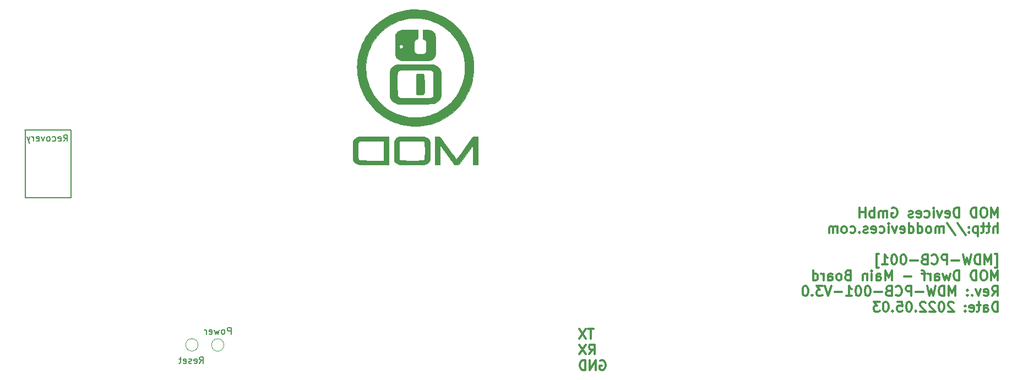
<source format=gbr>
G04 #@! TF.GenerationSoftware,KiCad,Pcbnew,6.0.4-6f826c9f35~116~ubuntu20.04.1*
G04 #@! TF.CreationDate,2022-05-04T11:28:09+02:00*
G04 #@! TF.ProjectId,bottom-board,626f7474-6f6d-42d6-926f-6172642e6b69,rev?*
G04 #@! TF.SameCoordinates,Original*
G04 #@! TF.FileFunction,Legend,Bot*
G04 #@! TF.FilePolarity,Positive*
%FSLAX46Y46*%
G04 Gerber Fmt 4.6, Leading zero omitted, Abs format (unit mm)*
G04 Created by KiCad (PCBNEW 6.0.4-6f826c9f35~116~ubuntu20.04.1) date 2022-05-04 11:28:09*
%MOMM*%
%LPD*%
G01*
G04 APERTURE LIST*
%ADD10C,0.150000*%
%ADD11C,0.200000*%
%ADD12C,0.300000*%
%ADD13C,0.100000*%
%ADD14C,0.120000*%
G04 APERTURE END LIST*
D10*
X94657800Y-97267600D02*
X94710000Y-107730000D01*
X94710000Y-107730000D02*
X101672200Y-107730000D01*
X101678200Y-97282000D02*
X94617000Y-97282000D01*
X101727800Y-97307600D02*
X101710000Y-107730000D01*
D11*
X100585076Y-99037980D02*
X100918409Y-98561790D01*
X101156504Y-99037980D02*
X101156504Y-98037980D01*
X100775552Y-98037980D01*
X100680314Y-98085600D01*
X100632695Y-98133219D01*
X100585076Y-98228457D01*
X100585076Y-98371314D01*
X100632695Y-98466552D01*
X100680314Y-98514171D01*
X100775552Y-98561790D01*
X101156504Y-98561790D01*
X99775552Y-98990361D02*
X99870790Y-99037980D01*
X100061266Y-99037980D01*
X100156504Y-98990361D01*
X100204123Y-98895123D01*
X100204123Y-98514171D01*
X100156504Y-98418933D01*
X100061266Y-98371314D01*
X99870790Y-98371314D01*
X99775552Y-98418933D01*
X99727933Y-98514171D01*
X99727933Y-98609409D01*
X100204123Y-98704647D01*
X98870790Y-98990361D02*
X98966028Y-99037980D01*
X99156504Y-99037980D01*
X99251742Y-98990361D01*
X99299361Y-98942742D01*
X99346980Y-98847504D01*
X99346980Y-98561790D01*
X99299361Y-98466552D01*
X99251742Y-98418933D01*
X99156504Y-98371314D01*
X98966028Y-98371314D01*
X98870790Y-98418933D01*
X98299361Y-99037980D02*
X98394600Y-98990361D01*
X98442219Y-98942742D01*
X98489838Y-98847504D01*
X98489838Y-98561790D01*
X98442219Y-98466552D01*
X98394600Y-98418933D01*
X98299361Y-98371314D01*
X98156504Y-98371314D01*
X98061266Y-98418933D01*
X98013647Y-98466552D01*
X97966028Y-98561790D01*
X97966028Y-98847504D01*
X98013647Y-98942742D01*
X98061266Y-98990361D01*
X98156504Y-99037980D01*
X98299361Y-99037980D01*
X97632695Y-98371314D02*
X97394600Y-99037980D01*
X97156504Y-98371314D01*
X96394600Y-98990361D02*
X96489838Y-99037980D01*
X96680314Y-99037980D01*
X96775552Y-98990361D01*
X96823171Y-98895123D01*
X96823171Y-98514171D01*
X96775552Y-98418933D01*
X96680314Y-98371314D01*
X96489838Y-98371314D01*
X96394600Y-98418933D01*
X96346980Y-98514171D01*
X96346980Y-98609409D01*
X96823171Y-98704647D01*
X95918409Y-99037980D02*
X95918409Y-98371314D01*
X95918409Y-98561790D02*
X95870790Y-98466552D01*
X95823171Y-98418933D01*
X95727933Y-98371314D01*
X95632695Y-98371314D01*
X95394600Y-98371314D02*
X95156504Y-99037980D01*
X94918409Y-98371314D02*
X95156504Y-99037980D01*
X95251742Y-99276076D01*
X95299361Y-99323695D01*
X95394600Y-99371314D01*
D12*
X182083571Y-127883571D02*
X181226428Y-127883571D01*
X181655000Y-129383571D02*
X181655000Y-127883571D01*
X180869285Y-127883571D02*
X179869285Y-129383571D01*
X179869285Y-127883571D02*
X180869285Y-129383571D01*
X181369285Y-131798571D02*
X181869285Y-131084285D01*
X182226428Y-131798571D02*
X182226428Y-130298571D01*
X181655000Y-130298571D01*
X181512142Y-130370000D01*
X181440714Y-130441428D01*
X181369285Y-130584285D01*
X181369285Y-130798571D01*
X181440714Y-130941428D01*
X181512142Y-131012857D01*
X181655000Y-131084285D01*
X182226428Y-131084285D01*
X180869285Y-130298571D02*
X179869285Y-131798571D01*
X179869285Y-130298571D02*
X180869285Y-131798571D01*
X183083571Y-132785000D02*
X183226428Y-132713571D01*
X183440714Y-132713571D01*
X183655000Y-132785000D01*
X183797857Y-132927857D01*
X183869285Y-133070714D01*
X183940714Y-133356428D01*
X183940714Y-133570714D01*
X183869285Y-133856428D01*
X183797857Y-133999285D01*
X183655000Y-134142142D01*
X183440714Y-134213571D01*
X183297857Y-134213571D01*
X183083571Y-134142142D01*
X183012142Y-134070714D01*
X183012142Y-133570714D01*
X183297857Y-133570714D01*
X182369285Y-134213571D02*
X182369285Y-132713571D01*
X181512142Y-134213571D01*
X181512142Y-132713571D01*
X180797857Y-134213571D02*
X180797857Y-132713571D01*
X180440714Y-132713571D01*
X180226428Y-132785000D01*
X180083571Y-132927857D01*
X180012142Y-133070714D01*
X179940714Y-133356428D01*
X179940714Y-133570714D01*
X180012142Y-133856428D01*
X180083571Y-133999285D01*
X180226428Y-134142142D01*
X180440714Y-134213571D01*
X180797857Y-134213571D01*
X244207857Y-110743571D02*
X244207857Y-109243571D01*
X243707857Y-110315000D01*
X243207857Y-109243571D01*
X243207857Y-110743571D01*
X242207857Y-109243571D02*
X241922142Y-109243571D01*
X241779285Y-109315000D01*
X241636428Y-109457857D01*
X241565000Y-109743571D01*
X241565000Y-110243571D01*
X241636428Y-110529285D01*
X241779285Y-110672142D01*
X241922142Y-110743571D01*
X242207857Y-110743571D01*
X242350714Y-110672142D01*
X242493571Y-110529285D01*
X242565000Y-110243571D01*
X242565000Y-109743571D01*
X242493571Y-109457857D01*
X242350714Y-109315000D01*
X242207857Y-109243571D01*
X240922142Y-110743571D02*
X240922142Y-109243571D01*
X240565000Y-109243571D01*
X240350714Y-109315000D01*
X240207857Y-109457857D01*
X240136428Y-109600714D01*
X240065000Y-109886428D01*
X240065000Y-110100714D01*
X240136428Y-110386428D01*
X240207857Y-110529285D01*
X240350714Y-110672142D01*
X240565000Y-110743571D01*
X240922142Y-110743571D01*
X238279285Y-110743571D02*
X238279285Y-109243571D01*
X237922142Y-109243571D01*
X237707857Y-109315000D01*
X237565000Y-109457857D01*
X237493571Y-109600714D01*
X237422142Y-109886428D01*
X237422142Y-110100714D01*
X237493571Y-110386428D01*
X237565000Y-110529285D01*
X237707857Y-110672142D01*
X237922142Y-110743571D01*
X238279285Y-110743571D01*
X236207857Y-110672142D02*
X236350714Y-110743571D01*
X236636428Y-110743571D01*
X236779285Y-110672142D01*
X236850714Y-110529285D01*
X236850714Y-109957857D01*
X236779285Y-109815000D01*
X236636428Y-109743571D01*
X236350714Y-109743571D01*
X236207857Y-109815000D01*
X236136428Y-109957857D01*
X236136428Y-110100714D01*
X236850714Y-110243571D01*
X235636428Y-109743571D02*
X235279285Y-110743571D01*
X234922142Y-109743571D01*
X234350714Y-110743571D02*
X234350714Y-109743571D01*
X234350714Y-109243571D02*
X234422142Y-109315000D01*
X234350714Y-109386428D01*
X234279285Y-109315000D01*
X234350714Y-109243571D01*
X234350714Y-109386428D01*
X232993571Y-110672142D02*
X233136428Y-110743571D01*
X233422142Y-110743571D01*
X233565000Y-110672142D01*
X233636428Y-110600714D01*
X233707857Y-110457857D01*
X233707857Y-110029285D01*
X233636428Y-109886428D01*
X233565000Y-109815000D01*
X233422142Y-109743571D01*
X233136428Y-109743571D01*
X232993571Y-109815000D01*
X231779285Y-110672142D02*
X231922142Y-110743571D01*
X232207857Y-110743571D01*
X232350714Y-110672142D01*
X232422142Y-110529285D01*
X232422142Y-109957857D01*
X232350714Y-109815000D01*
X232207857Y-109743571D01*
X231922142Y-109743571D01*
X231779285Y-109815000D01*
X231707857Y-109957857D01*
X231707857Y-110100714D01*
X232422142Y-110243571D01*
X231136428Y-110672142D02*
X230993571Y-110743571D01*
X230707857Y-110743571D01*
X230565000Y-110672142D01*
X230493571Y-110529285D01*
X230493571Y-110457857D01*
X230565000Y-110315000D01*
X230707857Y-110243571D01*
X230922142Y-110243571D01*
X231065000Y-110172142D01*
X231136428Y-110029285D01*
X231136428Y-109957857D01*
X231065000Y-109815000D01*
X230922142Y-109743571D01*
X230707857Y-109743571D01*
X230565000Y-109815000D01*
X227922142Y-109315000D02*
X228065000Y-109243571D01*
X228279285Y-109243571D01*
X228493571Y-109315000D01*
X228636428Y-109457857D01*
X228707857Y-109600714D01*
X228779285Y-109886428D01*
X228779285Y-110100714D01*
X228707857Y-110386428D01*
X228636428Y-110529285D01*
X228493571Y-110672142D01*
X228279285Y-110743571D01*
X228136428Y-110743571D01*
X227922142Y-110672142D01*
X227850714Y-110600714D01*
X227850714Y-110100714D01*
X228136428Y-110100714D01*
X227207857Y-110743571D02*
X227207857Y-109743571D01*
X227207857Y-109886428D02*
X227136428Y-109815000D01*
X226993571Y-109743571D01*
X226779285Y-109743571D01*
X226636428Y-109815000D01*
X226565000Y-109957857D01*
X226565000Y-110743571D01*
X226565000Y-109957857D02*
X226493571Y-109815000D01*
X226350714Y-109743571D01*
X226136428Y-109743571D01*
X225993571Y-109815000D01*
X225922142Y-109957857D01*
X225922142Y-110743571D01*
X225207857Y-110743571D02*
X225207857Y-109243571D01*
X225207857Y-109815000D02*
X225065000Y-109743571D01*
X224779285Y-109743571D01*
X224636428Y-109815000D01*
X224565000Y-109886428D01*
X224493571Y-110029285D01*
X224493571Y-110457857D01*
X224565000Y-110600714D01*
X224636428Y-110672142D01*
X224779285Y-110743571D01*
X225065000Y-110743571D01*
X225207857Y-110672142D01*
X223850714Y-110743571D02*
X223850714Y-109243571D01*
X223850714Y-109957857D02*
X222993571Y-109957857D01*
X222993571Y-110743571D02*
X222993571Y-109243571D01*
X244207857Y-113158571D02*
X244207857Y-111658571D01*
X243565000Y-113158571D02*
X243565000Y-112372857D01*
X243636428Y-112230000D01*
X243779285Y-112158571D01*
X243993571Y-112158571D01*
X244136428Y-112230000D01*
X244207857Y-112301428D01*
X243065000Y-112158571D02*
X242493571Y-112158571D01*
X242850714Y-111658571D02*
X242850714Y-112944285D01*
X242779285Y-113087142D01*
X242636428Y-113158571D01*
X242493571Y-113158571D01*
X242207857Y-112158571D02*
X241636428Y-112158571D01*
X241993571Y-111658571D02*
X241993571Y-112944285D01*
X241922142Y-113087142D01*
X241779285Y-113158571D01*
X241636428Y-113158571D01*
X241136428Y-112158571D02*
X241136428Y-113658571D01*
X241136428Y-112230000D02*
X240993571Y-112158571D01*
X240707857Y-112158571D01*
X240565000Y-112230000D01*
X240493571Y-112301428D01*
X240422142Y-112444285D01*
X240422142Y-112872857D01*
X240493571Y-113015714D01*
X240565000Y-113087142D01*
X240707857Y-113158571D01*
X240993571Y-113158571D01*
X241136428Y-113087142D01*
X239779285Y-113015714D02*
X239707857Y-113087142D01*
X239779285Y-113158571D01*
X239850714Y-113087142D01*
X239779285Y-113015714D01*
X239779285Y-113158571D01*
X239779285Y-112230000D02*
X239707857Y-112301428D01*
X239779285Y-112372857D01*
X239850714Y-112301428D01*
X239779285Y-112230000D01*
X239779285Y-112372857D01*
X237993571Y-111587142D02*
X239279285Y-113515714D01*
X236422142Y-111587142D02*
X237707857Y-113515714D01*
X235922142Y-113158571D02*
X235922142Y-112158571D01*
X235922142Y-112301428D02*
X235850714Y-112230000D01*
X235707857Y-112158571D01*
X235493571Y-112158571D01*
X235350714Y-112230000D01*
X235279285Y-112372857D01*
X235279285Y-113158571D01*
X235279285Y-112372857D02*
X235207857Y-112230000D01*
X235065000Y-112158571D01*
X234850714Y-112158571D01*
X234707857Y-112230000D01*
X234636428Y-112372857D01*
X234636428Y-113158571D01*
X233707857Y-113158571D02*
X233850714Y-113087142D01*
X233922142Y-113015714D01*
X233993571Y-112872857D01*
X233993571Y-112444285D01*
X233922142Y-112301428D01*
X233850714Y-112230000D01*
X233707857Y-112158571D01*
X233493571Y-112158571D01*
X233350714Y-112230000D01*
X233279285Y-112301428D01*
X233207857Y-112444285D01*
X233207857Y-112872857D01*
X233279285Y-113015714D01*
X233350714Y-113087142D01*
X233493571Y-113158571D01*
X233707857Y-113158571D01*
X231922142Y-113158571D02*
X231922142Y-111658571D01*
X231922142Y-113087142D02*
X232065000Y-113158571D01*
X232350714Y-113158571D01*
X232493571Y-113087142D01*
X232565000Y-113015714D01*
X232636428Y-112872857D01*
X232636428Y-112444285D01*
X232565000Y-112301428D01*
X232493571Y-112230000D01*
X232350714Y-112158571D01*
X232065000Y-112158571D01*
X231922142Y-112230000D01*
X230565000Y-113158571D02*
X230565000Y-111658571D01*
X230565000Y-113087142D02*
X230707857Y-113158571D01*
X230993571Y-113158571D01*
X231136428Y-113087142D01*
X231207857Y-113015714D01*
X231279285Y-112872857D01*
X231279285Y-112444285D01*
X231207857Y-112301428D01*
X231136428Y-112230000D01*
X230993571Y-112158571D01*
X230707857Y-112158571D01*
X230565000Y-112230000D01*
X229279285Y-113087142D02*
X229422142Y-113158571D01*
X229707857Y-113158571D01*
X229850714Y-113087142D01*
X229922142Y-112944285D01*
X229922142Y-112372857D01*
X229850714Y-112230000D01*
X229707857Y-112158571D01*
X229422142Y-112158571D01*
X229279285Y-112230000D01*
X229207857Y-112372857D01*
X229207857Y-112515714D01*
X229922142Y-112658571D01*
X228707857Y-112158571D02*
X228350714Y-113158571D01*
X227993571Y-112158571D01*
X227422142Y-113158571D02*
X227422142Y-112158571D01*
X227422142Y-111658571D02*
X227493571Y-111730000D01*
X227422142Y-111801428D01*
X227350714Y-111730000D01*
X227422142Y-111658571D01*
X227422142Y-111801428D01*
X226065000Y-113087142D02*
X226207857Y-113158571D01*
X226493571Y-113158571D01*
X226636428Y-113087142D01*
X226707857Y-113015714D01*
X226779285Y-112872857D01*
X226779285Y-112444285D01*
X226707857Y-112301428D01*
X226636428Y-112230000D01*
X226493571Y-112158571D01*
X226207857Y-112158571D01*
X226065000Y-112230000D01*
X224850714Y-113087142D02*
X224993571Y-113158571D01*
X225279285Y-113158571D01*
X225422142Y-113087142D01*
X225493571Y-112944285D01*
X225493571Y-112372857D01*
X225422142Y-112230000D01*
X225279285Y-112158571D01*
X224993571Y-112158571D01*
X224850714Y-112230000D01*
X224779285Y-112372857D01*
X224779285Y-112515714D01*
X225493571Y-112658571D01*
X224207857Y-113087142D02*
X224065000Y-113158571D01*
X223779285Y-113158571D01*
X223636428Y-113087142D01*
X223565000Y-112944285D01*
X223565000Y-112872857D01*
X223636428Y-112730000D01*
X223779285Y-112658571D01*
X223993571Y-112658571D01*
X224136428Y-112587142D01*
X224207857Y-112444285D01*
X224207857Y-112372857D01*
X224136428Y-112230000D01*
X223993571Y-112158571D01*
X223779285Y-112158571D01*
X223636428Y-112230000D01*
X222922142Y-113015714D02*
X222850714Y-113087142D01*
X222922142Y-113158571D01*
X222993571Y-113087142D01*
X222922142Y-113015714D01*
X222922142Y-113158571D01*
X221565000Y-113087142D02*
X221707857Y-113158571D01*
X221993571Y-113158571D01*
X222136428Y-113087142D01*
X222207857Y-113015714D01*
X222279285Y-112872857D01*
X222279285Y-112444285D01*
X222207857Y-112301428D01*
X222136428Y-112230000D01*
X221993571Y-112158571D01*
X221707857Y-112158571D01*
X221565000Y-112230000D01*
X220707857Y-113158571D02*
X220850714Y-113087142D01*
X220922142Y-113015714D01*
X220993571Y-112872857D01*
X220993571Y-112444285D01*
X220922142Y-112301428D01*
X220850714Y-112230000D01*
X220707857Y-112158571D01*
X220493571Y-112158571D01*
X220350714Y-112230000D01*
X220279285Y-112301428D01*
X220207857Y-112444285D01*
X220207857Y-112872857D01*
X220279285Y-113015714D01*
X220350714Y-113087142D01*
X220493571Y-113158571D01*
X220707857Y-113158571D01*
X219565000Y-113158571D02*
X219565000Y-112158571D01*
X219565000Y-112301428D02*
X219493571Y-112230000D01*
X219350714Y-112158571D01*
X219136428Y-112158571D01*
X218993571Y-112230000D01*
X218922142Y-112372857D01*
X218922142Y-113158571D01*
X218922142Y-112372857D02*
X218850714Y-112230000D01*
X218707857Y-112158571D01*
X218493571Y-112158571D01*
X218350714Y-112230000D01*
X218279285Y-112372857D01*
X218279285Y-113158571D01*
X243779285Y-118488571D02*
X244136428Y-118488571D01*
X244136428Y-116345714D01*
X243779285Y-116345714D01*
X243207857Y-117988571D02*
X243207857Y-116488571D01*
X242707857Y-117560000D01*
X242207857Y-116488571D01*
X242207857Y-117988571D01*
X241493571Y-117988571D02*
X241493571Y-116488571D01*
X241136428Y-116488571D01*
X240922142Y-116560000D01*
X240779285Y-116702857D01*
X240707857Y-116845714D01*
X240636428Y-117131428D01*
X240636428Y-117345714D01*
X240707857Y-117631428D01*
X240779285Y-117774285D01*
X240922142Y-117917142D01*
X241136428Y-117988571D01*
X241493571Y-117988571D01*
X240136428Y-116488571D02*
X239779285Y-117988571D01*
X239493571Y-116917142D01*
X239207857Y-117988571D01*
X238850714Y-116488571D01*
X238279285Y-117417142D02*
X237136428Y-117417142D01*
X236422142Y-117988571D02*
X236422142Y-116488571D01*
X235850714Y-116488571D01*
X235707857Y-116560000D01*
X235636428Y-116631428D01*
X235565000Y-116774285D01*
X235565000Y-116988571D01*
X235636428Y-117131428D01*
X235707857Y-117202857D01*
X235850714Y-117274285D01*
X236422142Y-117274285D01*
X234065000Y-117845714D02*
X234136428Y-117917142D01*
X234350714Y-117988571D01*
X234493571Y-117988571D01*
X234707857Y-117917142D01*
X234850714Y-117774285D01*
X234922142Y-117631428D01*
X234993571Y-117345714D01*
X234993571Y-117131428D01*
X234922142Y-116845714D01*
X234850714Y-116702857D01*
X234707857Y-116560000D01*
X234493571Y-116488571D01*
X234350714Y-116488571D01*
X234136428Y-116560000D01*
X234065000Y-116631428D01*
X232922142Y-117202857D02*
X232707857Y-117274285D01*
X232636428Y-117345714D01*
X232565000Y-117488571D01*
X232565000Y-117702857D01*
X232636428Y-117845714D01*
X232707857Y-117917142D01*
X232850714Y-117988571D01*
X233422142Y-117988571D01*
X233422142Y-116488571D01*
X232922142Y-116488571D01*
X232779285Y-116560000D01*
X232707857Y-116631428D01*
X232636428Y-116774285D01*
X232636428Y-116917142D01*
X232707857Y-117060000D01*
X232779285Y-117131428D01*
X232922142Y-117202857D01*
X233422142Y-117202857D01*
X231922142Y-117417142D02*
X230779285Y-117417142D01*
X229779285Y-116488571D02*
X229636428Y-116488571D01*
X229493571Y-116560000D01*
X229422142Y-116631428D01*
X229350714Y-116774285D01*
X229279285Y-117060000D01*
X229279285Y-117417142D01*
X229350714Y-117702857D01*
X229422142Y-117845714D01*
X229493571Y-117917142D01*
X229636428Y-117988571D01*
X229779285Y-117988571D01*
X229922142Y-117917142D01*
X229993571Y-117845714D01*
X230065000Y-117702857D01*
X230136428Y-117417142D01*
X230136428Y-117060000D01*
X230065000Y-116774285D01*
X229993571Y-116631428D01*
X229922142Y-116560000D01*
X229779285Y-116488571D01*
X228350714Y-116488571D02*
X228207857Y-116488571D01*
X228065000Y-116560000D01*
X227993571Y-116631428D01*
X227922142Y-116774285D01*
X227850714Y-117060000D01*
X227850714Y-117417142D01*
X227922142Y-117702857D01*
X227993571Y-117845714D01*
X228065000Y-117917142D01*
X228207857Y-117988571D01*
X228350714Y-117988571D01*
X228493571Y-117917142D01*
X228565000Y-117845714D01*
X228636428Y-117702857D01*
X228707857Y-117417142D01*
X228707857Y-117060000D01*
X228636428Y-116774285D01*
X228565000Y-116631428D01*
X228493571Y-116560000D01*
X228350714Y-116488571D01*
X226422142Y-117988571D02*
X227279285Y-117988571D01*
X226850714Y-117988571D02*
X226850714Y-116488571D01*
X226993571Y-116702857D01*
X227136428Y-116845714D01*
X227279285Y-116917142D01*
X225922142Y-118488571D02*
X225565000Y-118488571D01*
X225565000Y-116345714D01*
X225922142Y-116345714D01*
X244207857Y-120403571D02*
X244207857Y-118903571D01*
X243707857Y-119975000D01*
X243207857Y-118903571D01*
X243207857Y-120403571D01*
X242207857Y-118903571D02*
X241922142Y-118903571D01*
X241779285Y-118975000D01*
X241636428Y-119117857D01*
X241565000Y-119403571D01*
X241565000Y-119903571D01*
X241636428Y-120189285D01*
X241779285Y-120332142D01*
X241922142Y-120403571D01*
X242207857Y-120403571D01*
X242350714Y-120332142D01*
X242493571Y-120189285D01*
X242565000Y-119903571D01*
X242565000Y-119403571D01*
X242493571Y-119117857D01*
X242350714Y-118975000D01*
X242207857Y-118903571D01*
X240922142Y-120403571D02*
X240922142Y-118903571D01*
X240565000Y-118903571D01*
X240350714Y-118975000D01*
X240207857Y-119117857D01*
X240136428Y-119260714D01*
X240065000Y-119546428D01*
X240065000Y-119760714D01*
X240136428Y-120046428D01*
X240207857Y-120189285D01*
X240350714Y-120332142D01*
X240565000Y-120403571D01*
X240922142Y-120403571D01*
X238279285Y-120403571D02*
X238279285Y-118903571D01*
X237922142Y-118903571D01*
X237707857Y-118975000D01*
X237565000Y-119117857D01*
X237493571Y-119260714D01*
X237422142Y-119546428D01*
X237422142Y-119760714D01*
X237493571Y-120046428D01*
X237565000Y-120189285D01*
X237707857Y-120332142D01*
X237922142Y-120403571D01*
X238279285Y-120403571D01*
X236922142Y-119403571D02*
X236636428Y-120403571D01*
X236350714Y-119689285D01*
X236065000Y-120403571D01*
X235779285Y-119403571D01*
X234565000Y-120403571D02*
X234565000Y-119617857D01*
X234636428Y-119475000D01*
X234779285Y-119403571D01*
X235065000Y-119403571D01*
X235207857Y-119475000D01*
X234565000Y-120332142D02*
X234707857Y-120403571D01*
X235065000Y-120403571D01*
X235207857Y-120332142D01*
X235279285Y-120189285D01*
X235279285Y-120046428D01*
X235207857Y-119903571D01*
X235065000Y-119832142D01*
X234707857Y-119832142D01*
X234565000Y-119760714D01*
X233850714Y-120403571D02*
X233850714Y-119403571D01*
X233850714Y-119689285D02*
X233779285Y-119546428D01*
X233707857Y-119475000D01*
X233565000Y-119403571D01*
X233422142Y-119403571D01*
X233136428Y-119403571D02*
X232565000Y-119403571D01*
X232922142Y-120403571D02*
X232922142Y-119117857D01*
X232850714Y-118975000D01*
X232707857Y-118903571D01*
X232565000Y-118903571D01*
X230922142Y-119832142D02*
X229779285Y-119832142D01*
X227922142Y-120403571D02*
X227922142Y-118903571D01*
X227422142Y-119975000D01*
X226922142Y-118903571D01*
X226922142Y-120403571D01*
X225565000Y-120403571D02*
X225565000Y-119617857D01*
X225636428Y-119475000D01*
X225779285Y-119403571D01*
X226065000Y-119403571D01*
X226207857Y-119475000D01*
X225565000Y-120332142D02*
X225707857Y-120403571D01*
X226065000Y-120403571D01*
X226207857Y-120332142D01*
X226279285Y-120189285D01*
X226279285Y-120046428D01*
X226207857Y-119903571D01*
X226065000Y-119832142D01*
X225707857Y-119832142D01*
X225565000Y-119760714D01*
X224850714Y-120403571D02*
X224850714Y-119403571D01*
X224850714Y-118903571D02*
X224922142Y-118975000D01*
X224850714Y-119046428D01*
X224779285Y-118975000D01*
X224850714Y-118903571D01*
X224850714Y-119046428D01*
X224136428Y-119403571D02*
X224136428Y-120403571D01*
X224136428Y-119546428D02*
X224065000Y-119475000D01*
X223922142Y-119403571D01*
X223707857Y-119403571D01*
X223565000Y-119475000D01*
X223493571Y-119617857D01*
X223493571Y-120403571D01*
X221136428Y-119617857D02*
X220922142Y-119689285D01*
X220850714Y-119760714D01*
X220779285Y-119903571D01*
X220779285Y-120117857D01*
X220850714Y-120260714D01*
X220922142Y-120332142D01*
X221065000Y-120403571D01*
X221636428Y-120403571D01*
X221636428Y-118903571D01*
X221136428Y-118903571D01*
X220993571Y-118975000D01*
X220922142Y-119046428D01*
X220850714Y-119189285D01*
X220850714Y-119332142D01*
X220922142Y-119475000D01*
X220993571Y-119546428D01*
X221136428Y-119617857D01*
X221636428Y-119617857D01*
X219922142Y-120403571D02*
X220065000Y-120332142D01*
X220136428Y-120260714D01*
X220207857Y-120117857D01*
X220207857Y-119689285D01*
X220136428Y-119546428D01*
X220065000Y-119475000D01*
X219922142Y-119403571D01*
X219707857Y-119403571D01*
X219565000Y-119475000D01*
X219493571Y-119546428D01*
X219422142Y-119689285D01*
X219422142Y-120117857D01*
X219493571Y-120260714D01*
X219565000Y-120332142D01*
X219707857Y-120403571D01*
X219922142Y-120403571D01*
X218136428Y-120403571D02*
X218136428Y-119617857D01*
X218207857Y-119475000D01*
X218350714Y-119403571D01*
X218636428Y-119403571D01*
X218779285Y-119475000D01*
X218136428Y-120332142D02*
X218279285Y-120403571D01*
X218636428Y-120403571D01*
X218779285Y-120332142D01*
X218850714Y-120189285D01*
X218850714Y-120046428D01*
X218779285Y-119903571D01*
X218636428Y-119832142D01*
X218279285Y-119832142D01*
X218136428Y-119760714D01*
X217422142Y-120403571D02*
X217422142Y-119403571D01*
X217422142Y-119689285D02*
X217350714Y-119546428D01*
X217279285Y-119475000D01*
X217136428Y-119403571D01*
X216993571Y-119403571D01*
X215850714Y-120403571D02*
X215850714Y-118903571D01*
X215850714Y-120332142D02*
X215993571Y-120403571D01*
X216279285Y-120403571D01*
X216422142Y-120332142D01*
X216493571Y-120260714D01*
X216565000Y-120117857D01*
X216565000Y-119689285D01*
X216493571Y-119546428D01*
X216422142Y-119475000D01*
X216279285Y-119403571D01*
X215993571Y-119403571D01*
X215850714Y-119475000D01*
X243350714Y-122818571D02*
X243850714Y-122104285D01*
X244207857Y-122818571D02*
X244207857Y-121318571D01*
X243636428Y-121318571D01*
X243493571Y-121390000D01*
X243422142Y-121461428D01*
X243350714Y-121604285D01*
X243350714Y-121818571D01*
X243422142Y-121961428D01*
X243493571Y-122032857D01*
X243636428Y-122104285D01*
X244207857Y-122104285D01*
X242136428Y-122747142D02*
X242279285Y-122818571D01*
X242565000Y-122818571D01*
X242707857Y-122747142D01*
X242779285Y-122604285D01*
X242779285Y-122032857D01*
X242707857Y-121890000D01*
X242565000Y-121818571D01*
X242279285Y-121818571D01*
X242136428Y-121890000D01*
X242065000Y-122032857D01*
X242065000Y-122175714D01*
X242779285Y-122318571D01*
X241565000Y-121818571D02*
X241207857Y-122818571D01*
X240850714Y-121818571D01*
X240279285Y-122675714D02*
X240207857Y-122747142D01*
X240279285Y-122818571D01*
X240350714Y-122747142D01*
X240279285Y-122675714D01*
X240279285Y-122818571D01*
X239565000Y-122675714D02*
X239493571Y-122747142D01*
X239565000Y-122818571D01*
X239636428Y-122747142D01*
X239565000Y-122675714D01*
X239565000Y-122818571D01*
X239565000Y-121890000D02*
X239493571Y-121961428D01*
X239565000Y-122032857D01*
X239636428Y-121961428D01*
X239565000Y-121890000D01*
X239565000Y-122032857D01*
X237707857Y-122818571D02*
X237707857Y-121318571D01*
X237207857Y-122390000D01*
X236707857Y-121318571D01*
X236707857Y-122818571D01*
X235993571Y-122818571D02*
X235993571Y-121318571D01*
X235636428Y-121318571D01*
X235422142Y-121390000D01*
X235279285Y-121532857D01*
X235207857Y-121675714D01*
X235136428Y-121961428D01*
X235136428Y-122175714D01*
X235207857Y-122461428D01*
X235279285Y-122604285D01*
X235422142Y-122747142D01*
X235636428Y-122818571D01*
X235993571Y-122818571D01*
X234636428Y-121318571D02*
X234279285Y-122818571D01*
X233993571Y-121747142D01*
X233707857Y-122818571D01*
X233350714Y-121318571D01*
X232779285Y-122247142D02*
X231636428Y-122247142D01*
X230922142Y-122818571D02*
X230922142Y-121318571D01*
X230350714Y-121318571D01*
X230207857Y-121390000D01*
X230136428Y-121461428D01*
X230065000Y-121604285D01*
X230065000Y-121818571D01*
X230136428Y-121961428D01*
X230207857Y-122032857D01*
X230350714Y-122104285D01*
X230922142Y-122104285D01*
X228565000Y-122675714D02*
X228636428Y-122747142D01*
X228850714Y-122818571D01*
X228993571Y-122818571D01*
X229207857Y-122747142D01*
X229350714Y-122604285D01*
X229422142Y-122461428D01*
X229493571Y-122175714D01*
X229493571Y-121961428D01*
X229422142Y-121675714D01*
X229350714Y-121532857D01*
X229207857Y-121390000D01*
X228993571Y-121318571D01*
X228850714Y-121318571D01*
X228636428Y-121390000D01*
X228565000Y-121461428D01*
X227422142Y-122032857D02*
X227207857Y-122104285D01*
X227136428Y-122175714D01*
X227065000Y-122318571D01*
X227065000Y-122532857D01*
X227136428Y-122675714D01*
X227207857Y-122747142D01*
X227350714Y-122818571D01*
X227922142Y-122818571D01*
X227922142Y-121318571D01*
X227422142Y-121318571D01*
X227279285Y-121390000D01*
X227207857Y-121461428D01*
X227136428Y-121604285D01*
X227136428Y-121747142D01*
X227207857Y-121890000D01*
X227279285Y-121961428D01*
X227422142Y-122032857D01*
X227922142Y-122032857D01*
X226422142Y-122247142D02*
X225279285Y-122247142D01*
X224279285Y-121318571D02*
X224136428Y-121318571D01*
X223993571Y-121390000D01*
X223922142Y-121461428D01*
X223850714Y-121604285D01*
X223779285Y-121890000D01*
X223779285Y-122247142D01*
X223850714Y-122532857D01*
X223922142Y-122675714D01*
X223993571Y-122747142D01*
X224136428Y-122818571D01*
X224279285Y-122818571D01*
X224422142Y-122747142D01*
X224493571Y-122675714D01*
X224565000Y-122532857D01*
X224636428Y-122247142D01*
X224636428Y-121890000D01*
X224565000Y-121604285D01*
X224493571Y-121461428D01*
X224422142Y-121390000D01*
X224279285Y-121318571D01*
X222850714Y-121318571D02*
X222707857Y-121318571D01*
X222565000Y-121390000D01*
X222493571Y-121461428D01*
X222422142Y-121604285D01*
X222350714Y-121890000D01*
X222350714Y-122247142D01*
X222422142Y-122532857D01*
X222493571Y-122675714D01*
X222565000Y-122747142D01*
X222707857Y-122818571D01*
X222850714Y-122818571D01*
X222993571Y-122747142D01*
X223065000Y-122675714D01*
X223136428Y-122532857D01*
X223207857Y-122247142D01*
X223207857Y-121890000D01*
X223136428Y-121604285D01*
X223065000Y-121461428D01*
X222993571Y-121390000D01*
X222850714Y-121318571D01*
X220922142Y-122818571D02*
X221779285Y-122818571D01*
X221350714Y-122818571D02*
X221350714Y-121318571D01*
X221493571Y-121532857D01*
X221636428Y-121675714D01*
X221779285Y-121747142D01*
X220279285Y-122247142D02*
X219136428Y-122247142D01*
X218636428Y-121318571D02*
X218136428Y-122818571D01*
X217636428Y-121318571D01*
X217279285Y-121318571D02*
X216350714Y-121318571D01*
X216850714Y-121890000D01*
X216636428Y-121890000D01*
X216493571Y-121961428D01*
X216422142Y-122032857D01*
X216350714Y-122175714D01*
X216350714Y-122532857D01*
X216422142Y-122675714D01*
X216493571Y-122747142D01*
X216636428Y-122818571D01*
X217065000Y-122818571D01*
X217207857Y-122747142D01*
X217279285Y-122675714D01*
X215707857Y-122675714D02*
X215636428Y-122747142D01*
X215707857Y-122818571D01*
X215779285Y-122747142D01*
X215707857Y-122675714D01*
X215707857Y-122818571D01*
X214707857Y-121318571D02*
X214565000Y-121318571D01*
X214422142Y-121390000D01*
X214350714Y-121461428D01*
X214279285Y-121604285D01*
X214207857Y-121890000D01*
X214207857Y-122247142D01*
X214279285Y-122532857D01*
X214350714Y-122675714D01*
X214422142Y-122747142D01*
X214565000Y-122818571D01*
X214707857Y-122818571D01*
X214850714Y-122747142D01*
X214922142Y-122675714D01*
X214993571Y-122532857D01*
X215065000Y-122247142D01*
X215065000Y-121890000D01*
X214993571Y-121604285D01*
X214922142Y-121461428D01*
X214850714Y-121390000D01*
X214707857Y-121318571D01*
X244207857Y-125233571D02*
X244207857Y-123733571D01*
X243850714Y-123733571D01*
X243636428Y-123805000D01*
X243493571Y-123947857D01*
X243422142Y-124090714D01*
X243350714Y-124376428D01*
X243350714Y-124590714D01*
X243422142Y-124876428D01*
X243493571Y-125019285D01*
X243636428Y-125162142D01*
X243850714Y-125233571D01*
X244207857Y-125233571D01*
X242065000Y-125233571D02*
X242065000Y-124447857D01*
X242136428Y-124305000D01*
X242279285Y-124233571D01*
X242565000Y-124233571D01*
X242707857Y-124305000D01*
X242065000Y-125162142D02*
X242207857Y-125233571D01*
X242565000Y-125233571D01*
X242707857Y-125162142D01*
X242779285Y-125019285D01*
X242779285Y-124876428D01*
X242707857Y-124733571D01*
X242565000Y-124662142D01*
X242207857Y-124662142D01*
X242065000Y-124590714D01*
X241564999Y-124233571D02*
X240993571Y-124233571D01*
X241350714Y-123733571D02*
X241350714Y-125019285D01*
X241279285Y-125162142D01*
X241136428Y-125233571D01*
X240993571Y-125233571D01*
X239922142Y-125162142D02*
X240065000Y-125233571D01*
X240350714Y-125233571D01*
X240493571Y-125162142D01*
X240565000Y-125019285D01*
X240565000Y-124447857D01*
X240493571Y-124305000D01*
X240350714Y-124233571D01*
X240065000Y-124233571D01*
X239922142Y-124305000D01*
X239850714Y-124447857D01*
X239850714Y-124590714D01*
X240565000Y-124733571D01*
X239207857Y-125090714D02*
X239136428Y-125162142D01*
X239207857Y-125233571D01*
X239279285Y-125162142D01*
X239207857Y-125090714D01*
X239207857Y-125233571D01*
X239207857Y-124305000D02*
X239136428Y-124376428D01*
X239207857Y-124447857D01*
X239279285Y-124376428D01*
X239207857Y-124305000D01*
X239207857Y-124447857D01*
X237422142Y-123876428D02*
X237350714Y-123805000D01*
X237207857Y-123733571D01*
X236850714Y-123733571D01*
X236707857Y-123805000D01*
X236636428Y-123876428D01*
X236565000Y-124019285D01*
X236565000Y-124162142D01*
X236636428Y-124376428D01*
X237493571Y-125233571D01*
X236565000Y-125233571D01*
X235636428Y-123733571D02*
X235493571Y-123733571D01*
X235350714Y-123805000D01*
X235279285Y-123876428D01*
X235207857Y-124019285D01*
X235136428Y-124305000D01*
X235136428Y-124662142D01*
X235207857Y-124947857D01*
X235279285Y-125090714D01*
X235350714Y-125162142D01*
X235493571Y-125233571D01*
X235636428Y-125233571D01*
X235779285Y-125162142D01*
X235850714Y-125090714D01*
X235922142Y-124947857D01*
X235993571Y-124662142D01*
X235993571Y-124305000D01*
X235922142Y-124019285D01*
X235850714Y-123876428D01*
X235779285Y-123805000D01*
X235636428Y-123733571D01*
X234564999Y-123876428D02*
X234493571Y-123805000D01*
X234350714Y-123733571D01*
X233993571Y-123733571D01*
X233850714Y-123805000D01*
X233779285Y-123876428D01*
X233707857Y-124019285D01*
X233707857Y-124162142D01*
X233779285Y-124376428D01*
X234636428Y-125233571D01*
X233707857Y-125233571D01*
X233136428Y-123876428D02*
X233064999Y-123805000D01*
X232922142Y-123733571D01*
X232564999Y-123733571D01*
X232422142Y-123805000D01*
X232350714Y-123876428D01*
X232279285Y-124019285D01*
X232279285Y-124162142D01*
X232350714Y-124376428D01*
X233207857Y-125233571D01*
X232279285Y-125233571D01*
X231636428Y-125090714D02*
X231564999Y-125162142D01*
X231636428Y-125233571D01*
X231707857Y-125162142D01*
X231636428Y-125090714D01*
X231636428Y-125233571D01*
X230636428Y-123733571D02*
X230493571Y-123733571D01*
X230350714Y-123805000D01*
X230279285Y-123876428D01*
X230207857Y-124019285D01*
X230136428Y-124305000D01*
X230136428Y-124662142D01*
X230207857Y-124947857D01*
X230279285Y-125090714D01*
X230350714Y-125162142D01*
X230493571Y-125233571D01*
X230636428Y-125233571D01*
X230779285Y-125162142D01*
X230850714Y-125090714D01*
X230922142Y-124947857D01*
X230993571Y-124662142D01*
X230993571Y-124305000D01*
X230922142Y-124019285D01*
X230850714Y-123876428D01*
X230779285Y-123805000D01*
X230636428Y-123733571D01*
X228779285Y-123733571D02*
X229493571Y-123733571D01*
X229564999Y-124447857D01*
X229493571Y-124376428D01*
X229350714Y-124305000D01*
X228993571Y-124305000D01*
X228850714Y-124376428D01*
X228779285Y-124447857D01*
X228707857Y-124590714D01*
X228707857Y-124947857D01*
X228779285Y-125090714D01*
X228850714Y-125162142D01*
X228993571Y-125233571D01*
X229350714Y-125233571D01*
X229493571Y-125162142D01*
X229564999Y-125090714D01*
X228064999Y-125090714D02*
X227993571Y-125162142D01*
X228064999Y-125233571D01*
X228136428Y-125162142D01*
X228064999Y-125090714D01*
X228064999Y-125233571D01*
X227064999Y-123733571D02*
X226922142Y-123733571D01*
X226779285Y-123805000D01*
X226707857Y-123876428D01*
X226636428Y-124019285D01*
X226564999Y-124305000D01*
X226564999Y-124662142D01*
X226636428Y-124947857D01*
X226707857Y-125090714D01*
X226779285Y-125162142D01*
X226922142Y-125233571D01*
X227064999Y-125233571D01*
X227207857Y-125162142D01*
X227279285Y-125090714D01*
X227350714Y-124947857D01*
X227422142Y-124662142D01*
X227422142Y-124305000D01*
X227350714Y-124019285D01*
X227279285Y-123876428D01*
X227207857Y-123805000D01*
X227064999Y-123733571D01*
X226064999Y-123733571D02*
X225136428Y-123733571D01*
X225636428Y-124305000D01*
X225422142Y-124305000D01*
X225279285Y-124376428D01*
X225207857Y-124447857D01*
X225136428Y-124590714D01*
X225136428Y-124947857D01*
X225207857Y-125090714D01*
X225279285Y-125162142D01*
X225422142Y-125233571D01*
X225850714Y-125233571D01*
X225993571Y-125162142D01*
X226064999Y-125090714D01*
D13*
X155723748Y-89710428D02*
X155723748Y-89424714D01*
X155123748Y-89424714D01*
X155723748Y-89996142D02*
X155695177Y-89939000D01*
X155666605Y-89910428D01*
X155609462Y-89881857D01*
X155438034Y-89881857D01*
X155380891Y-89910428D01*
X155352320Y-89939000D01*
X155323748Y-89996142D01*
X155323748Y-90081857D01*
X155352320Y-90139000D01*
X155380891Y-90167571D01*
X155438034Y-90196142D01*
X155609462Y-90196142D01*
X155666605Y-90167571D01*
X155695177Y-90139000D01*
X155723748Y-90081857D01*
X155723748Y-89996142D01*
X155323748Y-90710428D02*
X155809462Y-90710428D01*
X155866605Y-90681857D01*
X155895177Y-90653285D01*
X155923748Y-90596142D01*
X155923748Y-90510428D01*
X155895177Y-90453285D01*
X155695177Y-90710428D02*
X155723748Y-90653285D01*
X155723748Y-90539000D01*
X155695177Y-90481857D01*
X155666605Y-90453285D01*
X155609462Y-90424714D01*
X155438034Y-90424714D01*
X155380891Y-90453285D01*
X155352320Y-90481857D01*
X155323748Y-90539000D01*
X155323748Y-90653285D01*
X155352320Y-90710428D01*
X155723748Y-91081857D02*
X155695177Y-91024714D01*
X155666605Y-90996142D01*
X155609462Y-90967571D01*
X155438034Y-90967571D01*
X155380891Y-90996142D01*
X155352320Y-91024714D01*
X155323748Y-91081857D01*
X155323748Y-91167571D01*
X155352320Y-91224714D01*
X155380891Y-91253285D01*
X155438034Y-91281857D01*
X155609462Y-91281857D01*
X155666605Y-91253285D01*
X155695177Y-91224714D01*
X155723748Y-91167571D01*
X155723748Y-91081857D01*
D10*
X126326190Y-128692380D02*
X126326190Y-127692380D01*
X125945238Y-127692380D01*
X125850000Y-127740000D01*
X125802380Y-127787619D01*
X125754761Y-127882857D01*
X125754761Y-128025714D01*
X125802380Y-128120952D01*
X125850000Y-128168571D01*
X125945238Y-128216190D01*
X126326190Y-128216190D01*
X125183333Y-128692380D02*
X125278571Y-128644761D01*
X125326190Y-128597142D01*
X125373809Y-128501904D01*
X125373809Y-128216190D01*
X125326190Y-128120952D01*
X125278571Y-128073333D01*
X125183333Y-128025714D01*
X125040476Y-128025714D01*
X124945238Y-128073333D01*
X124897619Y-128120952D01*
X124850000Y-128216190D01*
X124850000Y-128501904D01*
X124897619Y-128597142D01*
X124945238Y-128644761D01*
X125040476Y-128692380D01*
X125183333Y-128692380D01*
X124516666Y-128025714D02*
X124326190Y-128692380D01*
X124135714Y-128216190D01*
X123945238Y-128692380D01*
X123754761Y-128025714D01*
X122992857Y-128644761D02*
X123088095Y-128692380D01*
X123278571Y-128692380D01*
X123373809Y-128644761D01*
X123421428Y-128549523D01*
X123421428Y-128168571D01*
X123373809Y-128073333D01*
X123278571Y-128025714D01*
X123088095Y-128025714D01*
X122992857Y-128073333D01*
X122945238Y-128168571D01*
X122945238Y-128263809D01*
X123421428Y-128359047D01*
X122516666Y-128692380D02*
X122516666Y-128025714D01*
X122516666Y-128216190D02*
X122469047Y-128120952D01*
X122421428Y-128073333D01*
X122326190Y-128025714D01*
X122230952Y-128025714D01*
X121478095Y-133182380D02*
X121811428Y-132706190D01*
X122049523Y-133182380D02*
X122049523Y-132182380D01*
X121668571Y-132182380D01*
X121573333Y-132230000D01*
X121525714Y-132277619D01*
X121478095Y-132372857D01*
X121478095Y-132515714D01*
X121525714Y-132610952D01*
X121573333Y-132658571D01*
X121668571Y-132706190D01*
X122049523Y-132706190D01*
X120668571Y-133134761D02*
X120763809Y-133182380D01*
X120954285Y-133182380D01*
X121049523Y-133134761D01*
X121097142Y-133039523D01*
X121097142Y-132658571D01*
X121049523Y-132563333D01*
X120954285Y-132515714D01*
X120763809Y-132515714D01*
X120668571Y-132563333D01*
X120620952Y-132658571D01*
X120620952Y-132753809D01*
X121097142Y-132849047D01*
X120240000Y-133134761D02*
X120144761Y-133182380D01*
X119954285Y-133182380D01*
X119859047Y-133134761D01*
X119811428Y-133039523D01*
X119811428Y-132991904D01*
X119859047Y-132896666D01*
X119954285Y-132849047D01*
X120097142Y-132849047D01*
X120192380Y-132801428D01*
X120240000Y-132706190D01*
X120240000Y-132658571D01*
X120192380Y-132563333D01*
X120097142Y-132515714D01*
X119954285Y-132515714D01*
X119859047Y-132563333D01*
X119001904Y-133134761D02*
X119097142Y-133182380D01*
X119287619Y-133182380D01*
X119382857Y-133134761D01*
X119430476Y-133039523D01*
X119430476Y-132658571D01*
X119382857Y-132563333D01*
X119287619Y-132515714D01*
X119097142Y-132515714D01*
X119001904Y-132563333D01*
X118954285Y-132658571D01*
X118954285Y-132753809D01*
X119430476Y-132849047D01*
X118668571Y-132515714D02*
X118287619Y-132515714D01*
X118525714Y-132182380D02*
X118525714Y-133039523D01*
X118478095Y-133134761D01*
X118382857Y-133182380D01*
X118287619Y-133182380D01*
G36*
X145428836Y-102391530D02*
G01*
X145275870Y-102261503D01*
X145165552Y-102106910D01*
X145161194Y-102098731D01*
X145132334Y-102042300D01*
X145108069Y-101987625D01*
X145088002Y-101929926D01*
X145071735Y-101864427D01*
X145058871Y-101786350D01*
X145049012Y-101690917D01*
X145041760Y-101573351D01*
X145036719Y-101428874D01*
X145033489Y-101252708D01*
X145031675Y-101040075D01*
X145030878Y-100786198D01*
X145030708Y-100499000D01*
X145843500Y-100499000D01*
X145843503Y-100568505D01*
X145843630Y-100829946D01*
X145844088Y-101046463D01*
X145845074Y-101222800D01*
X145846783Y-101363701D01*
X145849411Y-101473909D01*
X145853155Y-101558170D01*
X145858211Y-101621227D01*
X145864774Y-101667824D01*
X145873041Y-101702706D01*
X145883209Y-101730616D01*
X145895473Y-101756300D01*
X145936406Y-101819725D01*
X146000501Y-101877421D01*
X146098673Y-101934100D01*
X146249900Y-102010300D01*
X148008850Y-102017784D01*
X149767800Y-102025269D01*
X149767800Y-98975000D01*
X148034250Y-98975141D01*
X147810031Y-98975303D01*
X147469884Y-98976171D01*
X147165415Y-98977763D01*
X146898786Y-98980048D01*
X146672155Y-98982996D01*
X146487683Y-98986576D01*
X146347528Y-98990758D01*
X146253852Y-98995512D01*
X146208813Y-99000807D01*
X146096979Y-99044983D01*
X145977086Y-99130969D01*
X145894300Y-99242035D01*
X145892546Y-99245556D01*
X145880839Y-99271514D01*
X145871157Y-99300841D01*
X145863308Y-99338280D01*
X145857100Y-99388575D01*
X145852342Y-99456468D01*
X145848842Y-99546701D01*
X145846408Y-99664020D01*
X145844848Y-99813166D01*
X145843972Y-99998882D01*
X145843586Y-100225912D01*
X145843500Y-100499000D01*
X145030708Y-100499000D01*
X145030700Y-100486300D01*
X145030728Y-100273783D01*
X145030952Y-100027502D01*
X145031573Y-99823516D01*
X145032793Y-99656939D01*
X145034810Y-99522883D01*
X145037825Y-99416463D01*
X145042038Y-99332791D01*
X145047648Y-99266982D01*
X145054857Y-99214148D01*
X145063863Y-99169404D01*
X145074867Y-99127863D01*
X145088069Y-99084638D01*
X145141381Y-98945355D01*
X145240070Y-98778982D01*
X145370898Y-98641647D01*
X145537832Y-98530238D01*
X145744843Y-98441642D01*
X145995900Y-98372746D01*
X146002852Y-98371276D01*
X146043286Y-98364408D01*
X146095496Y-98358307D01*
X146162736Y-98352903D01*
X146248257Y-98348127D01*
X146355311Y-98343910D01*
X146487149Y-98340181D01*
X146647024Y-98336873D01*
X146838188Y-98333915D01*
X147063892Y-98331237D01*
X147327388Y-98328772D01*
X147631929Y-98326449D01*
X147980766Y-98324199D01*
X148377150Y-98321952D01*
X150580600Y-98310089D01*
X150580600Y-102660322D01*
X148351750Y-102651201D01*
X148112729Y-102650201D01*
X147750009Y-102648552D01*
X147432687Y-102646876D01*
X147157377Y-102645098D01*
X146920693Y-102643141D01*
X146719250Y-102640930D01*
X146549662Y-102638389D01*
X146408543Y-102635442D01*
X146292507Y-102632014D01*
X146198170Y-102628028D01*
X146122144Y-102623410D01*
X146061045Y-102618082D01*
X146011487Y-102611971D01*
X145970085Y-102604999D01*
X145933452Y-102597091D01*
X145866080Y-102580036D01*
X145843500Y-102572298D01*
X145625291Y-102497528D01*
X145428836Y-102391530D01*
G37*
D13*
X145428836Y-102391530D02*
X145275870Y-102261503D01*
X145165552Y-102106910D01*
X145161194Y-102098731D01*
X145132334Y-102042300D01*
X145108069Y-101987625D01*
X145088002Y-101929926D01*
X145071735Y-101864427D01*
X145058871Y-101786350D01*
X145049012Y-101690917D01*
X145041760Y-101573351D01*
X145036719Y-101428874D01*
X145033489Y-101252708D01*
X145031675Y-101040075D01*
X145030878Y-100786198D01*
X145030708Y-100499000D01*
X145843500Y-100499000D01*
X145843503Y-100568505D01*
X145843630Y-100829946D01*
X145844088Y-101046463D01*
X145845074Y-101222800D01*
X145846783Y-101363701D01*
X145849411Y-101473909D01*
X145853155Y-101558170D01*
X145858211Y-101621227D01*
X145864774Y-101667824D01*
X145873041Y-101702706D01*
X145883209Y-101730616D01*
X145895473Y-101756300D01*
X145936406Y-101819725D01*
X146000501Y-101877421D01*
X146098673Y-101934100D01*
X146249900Y-102010300D01*
X148008850Y-102017784D01*
X149767800Y-102025269D01*
X149767800Y-98975000D01*
X148034250Y-98975141D01*
X147810031Y-98975303D01*
X147469884Y-98976171D01*
X147165415Y-98977763D01*
X146898786Y-98980048D01*
X146672155Y-98982996D01*
X146487683Y-98986576D01*
X146347528Y-98990758D01*
X146253852Y-98995512D01*
X146208813Y-99000807D01*
X146096979Y-99044983D01*
X145977086Y-99130969D01*
X145894300Y-99242035D01*
X145892546Y-99245556D01*
X145880839Y-99271514D01*
X145871157Y-99300841D01*
X145863308Y-99338280D01*
X145857100Y-99388575D01*
X145852342Y-99456468D01*
X145848842Y-99546701D01*
X145846408Y-99664020D01*
X145844848Y-99813166D01*
X145843972Y-99998882D01*
X145843586Y-100225912D01*
X145843500Y-100499000D01*
X145030708Y-100499000D01*
X145030700Y-100486300D01*
X145030728Y-100273783D01*
X145030952Y-100027502D01*
X145031573Y-99823516D01*
X145032793Y-99656939D01*
X145034810Y-99522883D01*
X145037825Y-99416463D01*
X145042038Y-99332791D01*
X145047648Y-99266982D01*
X145054857Y-99214148D01*
X145063863Y-99169404D01*
X145074867Y-99127863D01*
X145088069Y-99084638D01*
X145141381Y-98945355D01*
X145240070Y-98778982D01*
X145370898Y-98641647D01*
X145537832Y-98530238D01*
X145744843Y-98441642D01*
X145995900Y-98372746D01*
X146002852Y-98371276D01*
X146043286Y-98364408D01*
X146095496Y-98358307D01*
X146162736Y-98352903D01*
X146248257Y-98348127D01*
X146355311Y-98343910D01*
X146487149Y-98340181D01*
X146647024Y-98336873D01*
X146838188Y-98333915D01*
X147063892Y-98331237D01*
X147327388Y-98328772D01*
X147631929Y-98326449D01*
X147980766Y-98324199D01*
X148377150Y-98321952D01*
X150580600Y-98310089D01*
X150580600Y-102660322D01*
X148351750Y-102651201D01*
X148112729Y-102650201D01*
X147750009Y-102648552D01*
X147432687Y-102646876D01*
X147157377Y-102645098D01*
X146920693Y-102643141D01*
X146719250Y-102640930D01*
X146549662Y-102638389D01*
X146408543Y-102635442D01*
X146292507Y-102632014D01*
X146198170Y-102628028D01*
X146122144Y-102623410D01*
X146061045Y-102618082D01*
X146011487Y-102611971D01*
X145970085Y-102604999D01*
X145933452Y-102597091D01*
X145866080Y-102580036D01*
X145843500Y-102572298D01*
X145625291Y-102497528D01*
X145428836Y-102391530D01*
G36*
X146671665Y-91837176D02*
G01*
X146395336Y-91244778D01*
X146162505Y-90630416D01*
X145975185Y-89996100D01*
X145882534Y-89600126D01*
X145800392Y-89154473D01*
X145744045Y-88710041D01*
X145711530Y-88250845D01*
X145706404Y-88014900D01*
X147033403Y-88014900D01*
X147060145Y-88455979D01*
X147132868Y-89037367D01*
X147248939Y-89600356D01*
X147410068Y-90151513D01*
X147617964Y-90697404D01*
X147874338Y-91244595D01*
X148048285Y-91568120D01*
X148292920Y-91969406D01*
X148559662Y-92346474D01*
X148857496Y-92711792D01*
X149195405Y-93077825D01*
X149282844Y-93166240D01*
X149746312Y-93592956D01*
X150235702Y-93976154D01*
X150749900Y-94315271D01*
X151287791Y-94609745D01*
X151848261Y-94859013D01*
X152430195Y-95062511D01*
X153032480Y-95219677D01*
X153654000Y-95329948D01*
X153738903Y-95339396D01*
X153877052Y-95350311D01*
X154044247Y-95360316D01*
X154230519Y-95369097D01*
X154425904Y-95376339D01*
X154620435Y-95381727D01*
X154804147Y-95384947D01*
X154967072Y-95385685D01*
X155099245Y-95383625D01*
X155190700Y-95378454D01*
X155247615Y-95372646D01*
X155559216Y-95337728D01*
X155833714Y-95300571D01*
X156082833Y-95259046D01*
X156318296Y-95211023D01*
X156551826Y-95154373D01*
X156795147Y-95086965D01*
X157362309Y-94897258D01*
X157928350Y-94655827D01*
X158471300Y-94369402D01*
X158989934Y-94038696D01*
X159483028Y-93664424D01*
X159949357Y-93247300D01*
X160302291Y-92886301D01*
X160646963Y-92485786D01*
X160954663Y-92070600D01*
X161232543Y-91631029D01*
X161487753Y-91157358D01*
X161606148Y-90909706D01*
X161835188Y-90353307D01*
X162016138Y-89788922D01*
X162150147Y-89211987D01*
X162238365Y-88617935D01*
X162281941Y-88002200D01*
X162286376Y-87701788D01*
X162258723Y-87090250D01*
X162182809Y-86488534D01*
X162060085Y-85899061D01*
X161892001Y-85324252D01*
X161680007Y-84766527D01*
X161425556Y-84228308D01*
X161130096Y-83712016D01*
X160795078Y-83220071D01*
X160421954Y-82754894D01*
X160012174Y-82318906D01*
X159567188Y-81914528D01*
X159088446Y-81544182D01*
X158577400Y-81210287D01*
X158035500Y-80915265D01*
X157525296Y-80684305D01*
X156961238Y-80477405D01*
X156387462Y-80317601D01*
X155797933Y-80202974D01*
X155723922Y-80192379D01*
X155481589Y-80166326D01*
X155207226Y-80147197D01*
X154914457Y-80135257D01*
X154616907Y-80130771D01*
X154328198Y-80134006D01*
X154061955Y-80145226D01*
X153831800Y-80164696D01*
X153312876Y-80239114D01*
X152796075Y-80348359D01*
X152297347Y-80492855D01*
X151804290Y-80676221D01*
X151304500Y-80902076D01*
X151011080Y-81053528D01*
X150482847Y-81368560D01*
X149986482Y-81721097D01*
X149523407Y-82108770D01*
X149095043Y-82529212D01*
X148702814Y-82980053D01*
X148348141Y-83458926D01*
X148032445Y-83963464D01*
X147757150Y-84491297D01*
X147523676Y-85040058D01*
X147333446Y-85607379D01*
X147187881Y-86190892D01*
X147088405Y-86788228D01*
X147036438Y-87397020D01*
X147033403Y-88014900D01*
X145706404Y-88014900D01*
X145700885Y-87760900D01*
X145701934Y-87554388D01*
X145708580Y-87276812D01*
X145722404Y-87023812D01*
X145744629Y-86779812D01*
X145776480Y-86529238D01*
X145819182Y-86256513D01*
X145863318Y-86014280D01*
X146014855Y-85370763D01*
X146211818Y-84745944D01*
X146452309Y-84141687D01*
X146734430Y-83559854D01*
X147056284Y-83002310D01*
X147415972Y-82470919D01*
X147811596Y-81967544D01*
X148241258Y-81494049D01*
X148703060Y-81052297D01*
X149195104Y-80644153D01*
X149715492Y-80271480D01*
X150262326Y-79936142D01*
X150833708Y-79640002D01*
X151427740Y-79384924D01*
X152042523Y-79172772D01*
X152676161Y-79005410D01*
X153326754Y-78884701D01*
X153449688Y-78867475D01*
X154119239Y-78802991D01*
X154783215Y-78787810D01*
X155439506Y-78820743D01*
X156085999Y-78900604D01*
X156720583Y-79026204D01*
X157341144Y-79196358D01*
X157945571Y-79409876D01*
X158531753Y-79665573D01*
X159097576Y-79962260D01*
X159640930Y-80298750D01*
X160159701Y-80673856D01*
X160651779Y-81086391D01*
X161115050Y-81535166D01*
X161547404Y-82018995D01*
X161946727Y-82536690D01*
X162310909Y-83087064D01*
X162637836Y-83668930D01*
X162925398Y-84281100D01*
X162957077Y-84357539D01*
X163040127Y-84574460D01*
X163126081Y-84819202D01*
X163210199Y-85076932D01*
X163287741Y-85332814D01*
X163353970Y-85572015D01*
X163404147Y-85779700D01*
X163494503Y-86255038D01*
X163579089Y-86918576D01*
X163616550Y-87583740D01*
X163606830Y-88245522D01*
X163549875Y-88898912D01*
X163445628Y-89538900D01*
X163337030Y-90009535D01*
X163146627Y-90645468D01*
X162911418Y-91261089D01*
X162633199Y-91854423D01*
X162313767Y-92423496D01*
X161954919Y-92966335D01*
X161558453Y-93480965D01*
X161126165Y-93965414D01*
X160659853Y-94417708D01*
X160161313Y-94835872D01*
X159632343Y-95217933D01*
X159074740Y-95561918D01*
X158490300Y-95865852D01*
X157880821Y-96127762D01*
X157248100Y-96345674D01*
X156766066Y-96475525D01*
X156236470Y-96585655D01*
X155700555Y-96666031D01*
X155178295Y-96713107D01*
X154837074Y-96725508D01*
X154232370Y-96714660D01*
X153621070Y-96664057D01*
X153017203Y-96575049D01*
X152434800Y-96448989D01*
X152006021Y-96328319D01*
X151384166Y-96110351D01*
X150783651Y-95848283D01*
X150206489Y-95544127D01*
X149654696Y-95199895D01*
X149130286Y-94817599D01*
X148635272Y-94399252D01*
X148171670Y-93946866D01*
X147741494Y-93462453D01*
X147346758Y-92948025D01*
X147033403Y-92472285D01*
X146989477Y-92405596D01*
X146671665Y-91837176D01*
G37*
X146671665Y-91837176D02*
X146395336Y-91244778D01*
X146162505Y-90630416D01*
X145975185Y-89996100D01*
X145882534Y-89600126D01*
X145800392Y-89154473D01*
X145744045Y-88710041D01*
X145711530Y-88250845D01*
X145706404Y-88014900D01*
X147033403Y-88014900D01*
X147060145Y-88455979D01*
X147132868Y-89037367D01*
X147248939Y-89600356D01*
X147410068Y-90151513D01*
X147617964Y-90697404D01*
X147874338Y-91244595D01*
X148048285Y-91568120D01*
X148292920Y-91969406D01*
X148559662Y-92346474D01*
X148857496Y-92711792D01*
X149195405Y-93077825D01*
X149282844Y-93166240D01*
X149746312Y-93592956D01*
X150235702Y-93976154D01*
X150749900Y-94315271D01*
X151287791Y-94609745D01*
X151848261Y-94859013D01*
X152430195Y-95062511D01*
X153032480Y-95219677D01*
X153654000Y-95329948D01*
X153738903Y-95339396D01*
X153877052Y-95350311D01*
X154044247Y-95360316D01*
X154230519Y-95369097D01*
X154425904Y-95376339D01*
X154620435Y-95381727D01*
X154804147Y-95384947D01*
X154967072Y-95385685D01*
X155099245Y-95383625D01*
X155190700Y-95378454D01*
X155247615Y-95372646D01*
X155559216Y-95337728D01*
X155833714Y-95300571D01*
X156082833Y-95259046D01*
X156318296Y-95211023D01*
X156551826Y-95154373D01*
X156795147Y-95086965D01*
X157362309Y-94897258D01*
X157928350Y-94655827D01*
X158471300Y-94369402D01*
X158989934Y-94038696D01*
X159483028Y-93664424D01*
X159949357Y-93247300D01*
X160302291Y-92886301D01*
X160646963Y-92485786D01*
X160954663Y-92070600D01*
X161232543Y-91631029D01*
X161487753Y-91157358D01*
X161606148Y-90909706D01*
X161835188Y-90353307D01*
X162016138Y-89788922D01*
X162150147Y-89211987D01*
X162238365Y-88617935D01*
X162281941Y-88002200D01*
X162286376Y-87701788D01*
X162258723Y-87090250D01*
X162182809Y-86488534D01*
X162060085Y-85899061D01*
X161892001Y-85324252D01*
X161680007Y-84766527D01*
X161425556Y-84228308D01*
X161130096Y-83712016D01*
X160795078Y-83220071D01*
X160421954Y-82754894D01*
X160012174Y-82318906D01*
X159567188Y-81914528D01*
X159088446Y-81544182D01*
X158577400Y-81210287D01*
X158035500Y-80915265D01*
X157525296Y-80684305D01*
X156961238Y-80477405D01*
X156387462Y-80317601D01*
X155797933Y-80202974D01*
X155723922Y-80192379D01*
X155481589Y-80166326D01*
X155207226Y-80147197D01*
X154914457Y-80135257D01*
X154616907Y-80130771D01*
X154328198Y-80134006D01*
X154061955Y-80145226D01*
X153831800Y-80164696D01*
X153312876Y-80239114D01*
X152796075Y-80348359D01*
X152297347Y-80492855D01*
X151804290Y-80676221D01*
X151304500Y-80902076D01*
X151011080Y-81053528D01*
X150482847Y-81368560D01*
X149986482Y-81721097D01*
X149523407Y-82108770D01*
X149095043Y-82529212D01*
X148702814Y-82980053D01*
X148348141Y-83458926D01*
X148032445Y-83963464D01*
X147757150Y-84491297D01*
X147523676Y-85040058D01*
X147333446Y-85607379D01*
X147187881Y-86190892D01*
X147088405Y-86788228D01*
X147036438Y-87397020D01*
X147033403Y-88014900D01*
X145706404Y-88014900D01*
X145700885Y-87760900D01*
X145701934Y-87554388D01*
X145708580Y-87276812D01*
X145722404Y-87023812D01*
X145744629Y-86779812D01*
X145776480Y-86529238D01*
X145819182Y-86256513D01*
X145863318Y-86014280D01*
X146014855Y-85370763D01*
X146211818Y-84745944D01*
X146452309Y-84141687D01*
X146734430Y-83559854D01*
X147056284Y-83002310D01*
X147415972Y-82470919D01*
X147811596Y-81967544D01*
X148241258Y-81494049D01*
X148703060Y-81052297D01*
X149195104Y-80644153D01*
X149715492Y-80271480D01*
X150262326Y-79936142D01*
X150833708Y-79640002D01*
X151427740Y-79384924D01*
X152042523Y-79172772D01*
X152676161Y-79005410D01*
X153326754Y-78884701D01*
X153449688Y-78867475D01*
X154119239Y-78802991D01*
X154783215Y-78787810D01*
X155439506Y-78820743D01*
X156085999Y-78900604D01*
X156720583Y-79026204D01*
X157341144Y-79196358D01*
X157945571Y-79409876D01*
X158531753Y-79665573D01*
X159097576Y-79962260D01*
X159640930Y-80298750D01*
X160159701Y-80673856D01*
X160651779Y-81086391D01*
X161115050Y-81535166D01*
X161547404Y-82018995D01*
X161946727Y-82536690D01*
X162310909Y-83087064D01*
X162637836Y-83668930D01*
X162925398Y-84281100D01*
X162957077Y-84357539D01*
X163040127Y-84574460D01*
X163126081Y-84819202D01*
X163210199Y-85076932D01*
X163287741Y-85332814D01*
X163353970Y-85572015D01*
X163404147Y-85779700D01*
X163494503Y-86255038D01*
X163579089Y-86918576D01*
X163616550Y-87583740D01*
X163606830Y-88245522D01*
X163549875Y-88898912D01*
X163445628Y-89538900D01*
X163337030Y-90009535D01*
X163146627Y-90645468D01*
X162911418Y-91261089D01*
X162633199Y-91854423D01*
X162313767Y-92423496D01*
X161954919Y-92966335D01*
X161558453Y-93480965D01*
X161126165Y-93965414D01*
X160659853Y-94417708D01*
X160161313Y-94835872D01*
X159632343Y-95217933D01*
X159074740Y-95561918D01*
X158490300Y-95865852D01*
X157880821Y-96127762D01*
X157248100Y-96345674D01*
X156766066Y-96475525D01*
X156236470Y-96585655D01*
X155700555Y-96666031D01*
X155178295Y-96713107D01*
X154837074Y-96725508D01*
X154232370Y-96714660D01*
X153621070Y-96664057D01*
X153017203Y-96575049D01*
X152434800Y-96448989D01*
X152006021Y-96328319D01*
X151384166Y-96110351D01*
X150783651Y-95848283D01*
X150206489Y-95544127D01*
X149654696Y-95199895D01*
X149130286Y-94817599D01*
X148635272Y-94399252D01*
X148171670Y-93946866D01*
X147741494Y-93462453D01*
X147346758Y-92948025D01*
X147033403Y-92472285D01*
X146989477Y-92405596D01*
X146671665Y-91837176D01*
G36*
X151639080Y-93175972D02*
G01*
X151387936Y-93060215D01*
X151177332Y-92916051D01*
X151005196Y-92741649D01*
X150869456Y-92535175D01*
X150768038Y-92294800D01*
X150765729Y-92287632D01*
X150757081Y-92256656D01*
X150749597Y-92220068D01*
X150743169Y-92174103D01*
X150737691Y-92114996D01*
X150733057Y-92038980D01*
X150729159Y-91942290D01*
X150725891Y-91821160D01*
X150723147Y-91671825D01*
X150720820Y-91490518D01*
X150718803Y-91273475D01*
X150716990Y-91016929D01*
X150715273Y-90717114D01*
X150713547Y-90370265D01*
X150712051Y-90035236D01*
X150710964Y-89704715D01*
X150710829Y-89545380D01*
X151879353Y-89545380D01*
X151879704Y-89898862D01*
X151881068Y-90302770D01*
X151888700Y-92057240D01*
X151956875Y-92160243D01*
X152056013Y-92264719D01*
X152198273Y-92343728D01*
X152382005Y-92396021D01*
X152421865Y-92400245D01*
X152512701Y-92404857D01*
X152645558Y-92408883D01*
X152815796Y-92412331D01*
X153018773Y-92415211D01*
X153249848Y-92417533D01*
X153504381Y-92419307D01*
X153777731Y-92420542D01*
X154065256Y-92421247D01*
X154362316Y-92421432D01*
X154664269Y-92421106D01*
X154966475Y-92420280D01*
X155264292Y-92418962D01*
X155553080Y-92417162D01*
X155828197Y-92414891D01*
X156085003Y-92412156D01*
X156318856Y-92408968D01*
X156525116Y-92405337D01*
X156699141Y-92401271D01*
X156836291Y-92396781D01*
X156931924Y-92391876D01*
X156981400Y-92386565D01*
X157026981Y-92375584D01*
X157188165Y-92316863D01*
X157307564Y-92234150D01*
X157389331Y-92123762D01*
X157437622Y-91982013D01*
X157439941Y-91968145D01*
X157445978Y-91899944D01*
X157450925Y-91789532D01*
X157454797Y-91635685D01*
X157457608Y-91437176D01*
X157459372Y-91192780D01*
X157460104Y-90901270D01*
X157459817Y-90561422D01*
X157458525Y-90172009D01*
X157451300Y-88497500D01*
X157387462Y-88383200D01*
X157365148Y-88346702D01*
X157291126Y-88263750D01*
X157184262Y-88192700D01*
X157044900Y-88116500D01*
X154722747Y-88109627D01*
X154394165Y-88108638D01*
X154020093Y-88107567D01*
X153691173Y-88106881D01*
X153404246Y-88106770D01*
X153156153Y-88107426D01*
X152943736Y-88109040D01*
X152763835Y-88111803D01*
X152613291Y-88115907D01*
X152488946Y-88121542D01*
X152387640Y-88128899D01*
X152306215Y-88138170D01*
X152241511Y-88149546D01*
X152190369Y-88163217D01*
X152149631Y-88179376D01*
X152116137Y-88198213D01*
X152086729Y-88219919D01*
X152058248Y-88244686D01*
X152027534Y-88272704D01*
X151999809Y-88300067D01*
X151937514Y-88380085D01*
X151900301Y-88455839D01*
X151898689Y-88462998D01*
X151892894Y-88521586D01*
X151888133Y-88628411D01*
X151884402Y-88783839D01*
X151881698Y-88988233D01*
X151880016Y-89241958D01*
X151879353Y-89545380D01*
X150710829Y-89545380D01*
X150710720Y-89417781D01*
X150711550Y-89170624D01*
X150713682Y-88959434D01*
X150717347Y-88780401D01*
X150722775Y-88629714D01*
X150730194Y-88503564D01*
X150739836Y-88398141D01*
X150751928Y-88309636D01*
X150766702Y-88234237D01*
X150784387Y-88168135D01*
X150805212Y-88107520D01*
X150829407Y-88048582D01*
X150857202Y-87987511D01*
X150866755Y-87967684D01*
X150988329Y-87778644D01*
X151153494Y-87611377D01*
X151359189Y-87468055D01*
X151602353Y-87350851D01*
X151879927Y-87261935D01*
X152117300Y-87202100D01*
X154644600Y-87202100D01*
X154916810Y-87202121D01*
X155303854Y-87202263D01*
X155645274Y-87202584D01*
X155944232Y-87203134D01*
X156203887Y-87203964D01*
X156427400Y-87205126D01*
X156617932Y-87206671D01*
X156778643Y-87208650D01*
X156912693Y-87211114D01*
X157023243Y-87214114D01*
X157113452Y-87217703D01*
X157186483Y-87221930D01*
X157245495Y-87226847D01*
X157293648Y-87232505D01*
X157334103Y-87238956D01*
X157370020Y-87246250D01*
X157502334Y-87279114D01*
X157784003Y-87376608D01*
X158023706Y-87502481D01*
X158221729Y-87656983D01*
X158378354Y-87840362D01*
X158493867Y-88052865D01*
X158568550Y-88294743D01*
X158573076Y-88318556D01*
X158579981Y-88368070D01*
X158585895Y-88431836D01*
X158590888Y-88513509D01*
X158595031Y-88616743D01*
X158598394Y-88745194D01*
X158601047Y-88902515D01*
X158603060Y-89092362D01*
X158604503Y-89318389D01*
X158605447Y-89584251D01*
X158605962Y-89893603D01*
X158606118Y-90250100D01*
X158606118Y-90282413D01*
X158606033Y-90642538D01*
X158605616Y-90956044D01*
X158604607Y-91226787D01*
X158602748Y-91458626D01*
X158599781Y-91655418D01*
X158595445Y-91821022D01*
X158589483Y-91959295D01*
X158581635Y-92074094D01*
X158571644Y-92169278D01*
X158559248Y-92248705D01*
X158544191Y-92316232D01*
X158526213Y-92375716D01*
X158505055Y-92431017D01*
X158480459Y-92485991D01*
X158452165Y-92544497D01*
X158360056Y-92695517D01*
X158206358Y-92864865D01*
X158013595Y-93011190D01*
X157786485Y-93131599D01*
X157529748Y-93223198D01*
X157248100Y-93283091D01*
X157230341Y-93284713D01*
X157159132Y-93287725D01*
X157042700Y-93290513D01*
X156884733Y-93293049D01*
X156688921Y-93295311D01*
X156458953Y-93297271D01*
X156198515Y-93298906D01*
X155911298Y-93300189D01*
X155600989Y-93301097D01*
X155271278Y-93301604D01*
X154925852Y-93301684D01*
X154568400Y-93301313D01*
X152041100Y-93297094D01*
X151879353Y-93252018D01*
X151837900Y-93240466D01*
X151639080Y-93175972D01*
G37*
X151639080Y-93175972D02*
X151387936Y-93060215D01*
X151177332Y-92916051D01*
X151005196Y-92741649D01*
X150869456Y-92535175D01*
X150768038Y-92294800D01*
X150765729Y-92287632D01*
X150757081Y-92256656D01*
X150749597Y-92220068D01*
X150743169Y-92174103D01*
X150737691Y-92114996D01*
X150733057Y-92038980D01*
X150729159Y-91942290D01*
X150725891Y-91821160D01*
X150723147Y-91671825D01*
X150720820Y-91490518D01*
X150718803Y-91273475D01*
X150716990Y-91016929D01*
X150715273Y-90717114D01*
X150713547Y-90370265D01*
X150712051Y-90035236D01*
X150710964Y-89704715D01*
X150710829Y-89545380D01*
X151879353Y-89545380D01*
X151879704Y-89898862D01*
X151881068Y-90302770D01*
X151888700Y-92057240D01*
X151956875Y-92160243D01*
X152056013Y-92264719D01*
X152198273Y-92343728D01*
X152382005Y-92396021D01*
X152421865Y-92400245D01*
X152512701Y-92404857D01*
X152645558Y-92408883D01*
X152815796Y-92412331D01*
X153018773Y-92415211D01*
X153249848Y-92417533D01*
X153504381Y-92419307D01*
X153777731Y-92420542D01*
X154065256Y-92421247D01*
X154362316Y-92421432D01*
X154664269Y-92421106D01*
X154966475Y-92420280D01*
X155264292Y-92418962D01*
X155553080Y-92417162D01*
X155828197Y-92414891D01*
X156085003Y-92412156D01*
X156318856Y-92408968D01*
X156525116Y-92405337D01*
X156699141Y-92401271D01*
X156836291Y-92396781D01*
X156931924Y-92391876D01*
X156981400Y-92386565D01*
X157026981Y-92375584D01*
X157188165Y-92316863D01*
X157307564Y-92234150D01*
X157389331Y-92123762D01*
X157437622Y-91982013D01*
X157439941Y-91968145D01*
X157445978Y-91899944D01*
X157450925Y-91789532D01*
X157454797Y-91635685D01*
X157457608Y-91437176D01*
X157459372Y-91192780D01*
X157460104Y-90901270D01*
X157459817Y-90561422D01*
X157458525Y-90172009D01*
X157451300Y-88497500D01*
X157387462Y-88383200D01*
X157365148Y-88346702D01*
X157291126Y-88263750D01*
X157184262Y-88192700D01*
X157044900Y-88116500D01*
X154722747Y-88109627D01*
X154394165Y-88108638D01*
X154020093Y-88107567D01*
X153691173Y-88106881D01*
X153404246Y-88106770D01*
X153156153Y-88107426D01*
X152943736Y-88109040D01*
X152763835Y-88111803D01*
X152613291Y-88115907D01*
X152488946Y-88121542D01*
X152387640Y-88128899D01*
X152306215Y-88138170D01*
X152241511Y-88149546D01*
X152190369Y-88163217D01*
X152149631Y-88179376D01*
X152116137Y-88198213D01*
X152086729Y-88219919D01*
X152058248Y-88244686D01*
X152027534Y-88272704D01*
X151999809Y-88300067D01*
X151937514Y-88380085D01*
X151900301Y-88455839D01*
X151898689Y-88462998D01*
X151892894Y-88521586D01*
X151888133Y-88628411D01*
X151884402Y-88783839D01*
X151881698Y-88988233D01*
X151880016Y-89241958D01*
X151879353Y-89545380D01*
X150710829Y-89545380D01*
X150710720Y-89417781D01*
X150711550Y-89170624D01*
X150713682Y-88959434D01*
X150717347Y-88780401D01*
X150722775Y-88629714D01*
X150730194Y-88503564D01*
X150739836Y-88398141D01*
X150751928Y-88309636D01*
X150766702Y-88234237D01*
X150784387Y-88168135D01*
X150805212Y-88107520D01*
X150829407Y-88048582D01*
X150857202Y-87987511D01*
X150866755Y-87967684D01*
X150988329Y-87778644D01*
X151153494Y-87611377D01*
X151359189Y-87468055D01*
X151602353Y-87350851D01*
X151879927Y-87261935D01*
X152117300Y-87202100D01*
X154644600Y-87202100D01*
X154916810Y-87202121D01*
X155303854Y-87202263D01*
X155645274Y-87202584D01*
X155944232Y-87203134D01*
X156203887Y-87203964D01*
X156427400Y-87205126D01*
X156617932Y-87206671D01*
X156778643Y-87208650D01*
X156912693Y-87211114D01*
X157023243Y-87214114D01*
X157113452Y-87217703D01*
X157186483Y-87221930D01*
X157245495Y-87226847D01*
X157293648Y-87232505D01*
X157334103Y-87238956D01*
X157370020Y-87246250D01*
X157502334Y-87279114D01*
X157784003Y-87376608D01*
X158023706Y-87502481D01*
X158221729Y-87656983D01*
X158378354Y-87840362D01*
X158493867Y-88052865D01*
X158568550Y-88294743D01*
X158573076Y-88318556D01*
X158579981Y-88368070D01*
X158585895Y-88431836D01*
X158590888Y-88513509D01*
X158595031Y-88616743D01*
X158598394Y-88745194D01*
X158601047Y-88902515D01*
X158603060Y-89092362D01*
X158604503Y-89318389D01*
X158605447Y-89584251D01*
X158605962Y-89893603D01*
X158606118Y-90250100D01*
X158606118Y-90282413D01*
X158606033Y-90642538D01*
X158605616Y-90956044D01*
X158604607Y-91226787D01*
X158602748Y-91458626D01*
X158599781Y-91655418D01*
X158595445Y-91821022D01*
X158589483Y-91959295D01*
X158581635Y-92074094D01*
X158571644Y-92169278D01*
X158559248Y-92248705D01*
X158544191Y-92316232D01*
X158526213Y-92375716D01*
X158505055Y-92431017D01*
X158480459Y-92485991D01*
X158452165Y-92544497D01*
X158360056Y-92695517D01*
X158206358Y-92864865D01*
X158013595Y-93011190D01*
X157786485Y-93131599D01*
X157529748Y-93223198D01*
X157248100Y-93283091D01*
X157230341Y-93284713D01*
X157159132Y-93287725D01*
X157042700Y-93290513D01*
X156884733Y-93293049D01*
X156688921Y-93295311D01*
X156458953Y-93297271D01*
X156198515Y-93298906D01*
X155911298Y-93300189D01*
X155600989Y-93301097D01*
X155271278Y-93301604D01*
X154925852Y-93301684D01*
X154568400Y-93301313D01*
X152041100Y-93297094D01*
X151879353Y-93252018D01*
X151837900Y-93240466D01*
X151639080Y-93175972D01*
G36*
X152144299Y-102597276D02*
G01*
X152119689Y-102589750D01*
X151887285Y-102496353D01*
X151694767Y-102374946D01*
X151543684Y-102226718D01*
X151435587Y-102052862D01*
X151425508Y-102030415D01*
X151415339Y-102003803D01*
X151406838Y-101972918D01*
X151399856Y-101933529D01*
X151394243Y-101881406D01*
X151389849Y-101812320D01*
X151386526Y-101722041D01*
X151384123Y-101606341D01*
X151382493Y-101460988D01*
X151381485Y-101281754D01*
X151380990Y-101081215D01*
X152183535Y-101081215D01*
X152183877Y-101281717D01*
X152185937Y-101445290D01*
X152190221Y-101576161D01*
X152197237Y-101678555D01*
X152207493Y-101756698D01*
X152221495Y-101814814D01*
X152239752Y-101857130D01*
X152262771Y-101887872D01*
X152291059Y-101911263D01*
X152325124Y-101931531D01*
X152365474Y-101952900D01*
X152472900Y-102010300D01*
X154085800Y-102015390D01*
X154366289Y-102016202D01*
X154672792Y-102016754D01*
X154935281Y-102016593D01*
X155157522Y-102015505D01*
X155343278Y-102013275D01*
X155496313Y-102009686D01*
X155620391Y-102004524D01*
X155719276Y-101997575D01*
X155796732Y-101988622D01*
X155856524Y-101977450D01*
X155902415Y-101963844D01*
X155938168Y-101947589D01*
X155967549Y-101928470D01*
X155994322Y-101906272D01*
X156000800Y-101900469D01*
X156027217Y-101874990D01*
X156049326Y-101847382D01*
X156067511Y-101813220D01*
X156082153Y-101768078D01*
X156093637Y-101707534D01*
X156102345Y-101627162D01*
X156108660Y-101522537D01*
X156112966Y-101389235D01*
X156115647Y-101222831D01*
X156117084Y-101018902D01*
X156117661Y-100773021D01*
X156117761Y-100480765D01*
X156117753Y-100195588D01*
X156117362Y-99944939D01*
X156115987Y-99736620D01*
X156113026Y-99566317D01*
X156107875Y-99429713D01*
X156099932Y-99322492D01*
X156088595Y-99240338D01*
X156073262Y-99178937D01*
X156053331Y-99133971D01*
X156028198Y-99101125D01*
X155997261Y-99076083D01*
X155959919Y-99054530D01*
X155915569Y-99032150D01*
X155802237Y-98975000D01*
X154165915Y-98975000D01*
X153893368Y-98975176D01*
X153556717Y-98976023D01*
X153267729Y-98977598D01*
X153024581Y-98979931D01*
X152825451Y-98983054D01*
X152668516Y-98986995D01*
X152551954Y-98991787D01*
X152473943Y-98997459D01*
X152432660Y-99004042D01*
X152423972Y-99006844D01*
X152338467Y-99049364D01*
X152264613Y-99107293D01*
X152193500Y-99181502D01*
X152186471Y-100462499D01*
X152185970Y-100552527D01*
X152184402Y-100839561D01*
X152183535Y-101081215D01*
X151380990Y-101081215D01*
X151380949Y-101064408D01*
X151380738Y-100804722D01*
X151380700Y-100498465D01*
X151380700Y-99062831D01*
X151464317Y-98892982D01*
X151508752Y-98812655D01*
X151629074Y-98660457D01*
X151784485Y-98537647D01*
X151978567Y-98441727D01*
X152214903Y-98370204D01*
X152230986Y-98366629D01*
X152273901Y-98358724D01*
X152324961Y-98351952D01*
X152388042Y-98346227D01*
X152467023Y-98341462D01*
X152565782Y-98337572D01*
X152688197Y-98334470D01*
X152838144Y-98332071D01*
X153019503Y-98330289D01*
X153236150Y-98329038D01*
X153491963Y-98328232D01*
X153790821Y-98327785D01*
X154136600Y-98327611D01*
X154429097Y-98327622D01*
X154733061Y-98327860D01*
X154993473Y-98328428D01*
X155214270Y-98329418D01*
X155399386Y-98330920D01*
X155552758Y-98333025D01*
X155678320Y-98335825D01*
X155780009Y-98339411D01*
X155861760Y-98343874D01*
X155927510Y-98349304D01*
X155981192Y-98355794D01*
X156026743Y-98363433D01*
X156068100Y-98372314D01*
X156200411Y-98407767D01*
X156395964Y-98483011D01*
X156557295Y-98580118D01*
X156693637Y-98703984D01*
X156736869Y-98751205D01*
X156776595Y-98796725D01*
X156810042Y-98841235D01*
X156837752Y-98889052D01*
X156860262Y-98944496D01*
X156878113Y-99011882D01*
X156891843Y-99095528D01*
X156901993Y-99199751D01*
X156909101Y-99328870D01*
X156913707Y-99487201D01*
X156916351Y-99679062D01*
X156917571Y-99908771D01*
X156917908Y-100180644D01*
X156917900Y-100499000D01*
X156917888Y-100707821D01*
X156917748Y-100976131D01*
X156917319Y-101200989D01*
X156916436Y-101386773D01*
X156914938Y-101537862D01*
X156912661Y-101658634D01*
X156909444Y-101753469D01*
X156905123Y-101826745D01*
X156899535Y-101882841D01*
X156892518Y-101926135D01*
X156883910Y-101961007D01*
X156873547Y-101991836D01*
X156861266Y-102023000D01*
X156859504Y-102027317D01*
X156757733Y-102210467D01*
X156615924Y-102362457D01*
X156434241Y-102483176D01*
X156212851Y-102572514D01*
X155951919Y-102630359D01*
X155929523Y-102632500D01*
X155852344Y-102636070D01*
X155731503Y-102639265D01*
X155571578Y-102642044D01*
X155377148Y-102644365D01*
X155152792Y-102646187D01*
X154903090Y-102647468D01*
X154632622Y-102648167D01*
X154345965Y-102648241D01*
X154047700Y-102647650D01*
X153720066Y-102646557D01*
X153420397Y-102645320D01*
X153164081Y-102643899D01*
X152947295Y-102642192D01*
X152766216Y-102640099D01*
X152617021Y-102637517D01*
X152495888Y-102634345D01*
X152398993Y-102630483D01*
X152322514Y-102625830D01*
X152262628Y-102620284D01*
X152215512Y-102613743D01*
X152183535Y-102607346D01*
X152177343Y-102606108D01*
X152144299Y-102597276D01*
G37*
X152144299Y-102597276D02*
X152119689Y-102589750D01*
X151887285Y-102496353D01*
X151694767Y-102374946D01*
X151543684Y-102226718D01*
X151435587Y-102052862D01*
X151425508Y-102030415D01*
X151415339Y-102003803D01*
X151406838Y-101972918D01*
X151399856Y-101933529D01*
X151394243Y-101881406D01*
X151389849Y-101812320D01*
X151386526Y-101722041D01*
X151384123Y-101606341D01*
X151382493Y-101460988D01*
X151381485Y-101281754D01*
X151380990Y-101081215D01*
X152183535Y-101081215D01*
X152183877Y-101281717D01*
X152185937Y-101445290D01*
X152190221Y-101576161D01*
X152197237Y-101678555D01*
X152207493Y-101756698D01*
X152221495Y-101814814D01*
X152239752Y-101857130D01*
X152262771Y-101887872D01*
X152291059Y-101911263D01*
X152325124Y-101931531D01*
X152365474Y-101952900D01*
X152472900Y-102010300D01*
X154085800Y-102015390D01*
X154366289Y-102016202D01*
X154672792Y-102016754D01*
X154935281Y-102016593D01*
X155157522Y-102015505D01*
X155343278Y-102013275D01*
X155496313Y-102009686D01*
X155620391Y-102004524D01*
X155719276Y-101997575D01*
X155796732Y-101988622D01*
X155856524Y-101977450D01*
X155902415Y-101963844D01*
X155938168Y-101947589D01*
X155967549Y-101928470D01*
X155994322Y-101906272D01*
X156000800Y-101900469D01*
X156027217Y-101874990D01*
X156049326Y-101847382D01*
X156067511Y-101813220D01*
X156082153Y-101768078D01*
X156093637Y-101707534D01*
X156102345Y-101627162D01*
X156108660Y-101522537D01*
X156112966Y-101389235D01*
X156115647Y-101222831D01*
X156117084Y-101018902D01*
X156117661Y-100773021D01*
X156117761Y-100480765D01*
X156117753Y-100195588D01*
X156117362Y-99944939D01*
X156115987Y-99736620D01*
X156113026Y-99566317D01*
X156107875Y-99429713D01*
X156099932Y-99322492D01*
X156088595Y-99240338D01*
X156073262Y-99178937D01*
X156053331Y-99133971D01*
X156028198Y-99101125D01*
X155997261Y-99076083D01*
X155959919Y-99054530D01*
X155915569Y-99032150D01*
X155802237Y-98975000D01*
X154165915Y-98975000D01*
X153893368Y-98975176D01*
X153556717Y-98976023D01*
X153267729Y-98977598D01*
X153024581Y-98979931D01*
X152825451Y-98983054D01*
X152668516Y-98986995D01*
X152551954Y-98991787D01*
X152473943Y-98997459D01*
X152432660Y-99004042D01*
X152423972Y-99006844D01*
X152338467Y-99049364D01*
X152264613Y-99107293D01*
X152193500Y-99181502D01*
X152186471Y-100462499D01*
X152185970Y-100552527D01*
X152184402Y-100839561D01*
X152183535Y-101081215D01*
X151380990Y-101081215D01*
X151380949Y-101064408D01*
X151380738Y-100804722D01*
X151380700Y-100498465D01*
X151380700Y-99062831D01*
X151464317Y-98892982D01*
X151508752Y-98812655D01*
X151629074Y-98660457D01*
X151784485Y-98537647D01*
X151978567Y-98441727D01*
X152214903Y-98370204D01*
X152230986Y-98366629D01*
X152273901Y-98358724D01*
X152324961Y-98351952D01*
X152388042Y-98346227D01*
X152467023Y-98341462D01*
X152565782Y-98337572D01*
X152688197Y-98334470D01*
X152838144Y-98332071D01*
X153019503Y-98330289D01*
X153236150Y-98329038D01*
X153491963Y-98328232D01*
X153790821Y-98327785D01*
X154136600Y-98327611D01*
X154429097Y-98327622D01*
X154733061Y-98327860D01*
X154993473Y-98328428D01*
X155214270Y-98329418D01*
X155399386Y-98330920D01*
X155552758Y-98333025D01*
X155678320Y-98335825D01*
X155780009Y-98339411D01*
X155861760Y-98343874D01*
X155927510Y-98349304D01*
X155981192Y-98355794D01*
X156026743Y-98363433D01*
X156068100Y-98372314D01*
X156200411Y-98407767D01*
X156395964Y-98483011D01*
X156557295Y-98580118D01*
X156693637Y-98703984D01*
X156736869Y-98751205D01*
X156776595Y-98796725D01*
X156810042Y-98841235D01*
X156837752Y-98889052D01*
X156860262Y-98944496D01*
X156878113Y-99011882D01*
X156891843Y-99095528D01*
X156901993Y-99199751D01*
X156909101Y-99328870D01*
X156913707Y-99487201D01*
X156916351Y-99679062D01*
X156917571Y-99908771D01*
X156917908Y-100180644D01*
X156917900Y-100499000D01*
X156917888Y-100707821D01*
X156917748Y-100976131D01*
X156917319Y-101200989D01*
X156916436Y-101386773D01*
X156914938Y-101537862D01*
X156912661Y-101658634D01*
X156909444Y-101753469D01*
X156905123Y-101826745D01*
X156899535Y-101882841D01*
X156892518Y-101926135D01*
X156883910Y-101961007D01*
X156873547Y-101991836D01*
X156861266Y-102023000D01*
X156859504Y-102027317D01*
X156757733Y-102210467D01*
X156615924Y-102362457D01*
X156434241Y-102483176D01*
X156212851Y-102572514D01*
X155951919Y-102630359D01*
X155929523Y-102632500D01*
X155852344Y-102636070D01*
X155731503Y-102639265D01*
X155571578Y-102642044D01*
X155377148Y-102644365D01*
X155152792Y-102646187D01*
X154903090Y-102647468D01*
X154632622Y-102648167D01*
X154345965Y-102648241D01*
X154047700Y-102647650D01*
X153720066Y-102646557D01*
X153420397Y-102645320D01*
X153164081Y-102643899D01*
X152947295Y-102642192D01*
X152766216Y-102640099D01*
X152617021Y-102637517D01*
X152495888Y-102634345D01*
X152398993Y-102630483D01*
X152322514Y-102625830D01*
X152262628Y-102620284D01*
X152215512Y-102613743D01*
X152183535Y-102607346D01*
X152177343Y-102606108D01*
X152144299Y-102597276D01*
G36*
X151896428Y-86339617D02*
G01*
X151763609Y-86190510D01*
X151734648Y-86148474D01*
X151702265Y-86099556D01*
X151674926Y-86052365D01*
X151652175Y-86002525D01*
X151633558Y-85945657D01*
X151618619Y-85877384D01*
X151606904Y-85793331D01*
X151597955Y-85689119D01*
X151591320Y-85560371D01*
X151586541Y-85402711D01*
X151583164Y-85211760D01*
X151580733Y-84983143D01*
X151578794Y-84712482D01*
X151577325Y-84467761D01*
X152155495Y-84467761D01*
X152155503Y-84469819D01*
X152177164Y-84569244D01*
X152231641Y-84664734D01*
X152305780Y-84733066D01*
X152388033Y-84766684D01*
X152499162Y-84771257D01*
X152602215Y-84733887D01*
X152686576Y-84659009D01*
X152741626Y-84551057D01*
X152748496Y-84522137D01*
X152746284Y-84410967D01*
X152704604Y-84308074D01*
X152629494Y-84230712D01*
X152597496Y-84214245D01*
X152501491Y-84191509D01*
X152397001Y-84191792D01*
X152310268Y-84216279D01*
X152281220Y-84236485D01*
X152220663Y-84305148D01*
X152174146Y-84389729D01*
X152155495Y-84467761D01*
X151577325Y-84467761D01*
X151576891Y-84395400D01*
X151576294Y-84288499D01*
X151575012Y-83933688D01*
X151575114Y-83628613D01*
X151576608Y-83372454D01*
X151579506Y-83164392D01*
X151583818Y-83003609D01*
X151589553Y-82889285D01*
X151596723Y-82820600D01*
X151619143Y-82715053D01*
X151695647Y-82507214D01*
X151810772Y-82331802D01*
X151966194Y-82186595D01*
X152163591Y-82069369D01*
X152238107Y-82034795D01*
X152311852Y-82003610D01*
X152384975Y-81977639D01*
X152462619Y-81956334D01*
X152549925Y-81939148D01*
X152652035Y-81925530D01*
X152774092Y-81914933D01*
X152921238Y-81906808D01*
X153098614Y-81900608D01*
X153311364Y-81895783D01*
X153564629Y-81891785D01*
X153863550Y-81888066D01*
X155025600Y-81874549D01*
X155025600Y-82601574D01*
X155025221Y-82801207D01*
X155023779Y-82980668D01*
X155021079Y-83117655D01*
X155016928Y-83216561D01*
X155011134Y-83281781D01*
X155003505Y-83317710D01*
X154993850Y-83328741D01*
X154930053Y-83336027D01*
X154808221Y-83380804D01*
X154689301Y-83458072D01*
X154586790Y-83558186D01*
X154514188Y-83671500D01*
X154513771Y-83672419D01*
X154500069Y-83707302D01*
X154489369Y-83748507D01*
X154481307Y-83802387D01*
X154475521Y-83875296D01*
X154471652Y-83973589D01*
X154469335Y-84103617D01*
X154468211Y-84271736D01*
X154467916Y-84484300D01*
X154467916Y-84490721D01*
X154468229Y-84701992D01*
X154469381Y-84868991D01*
X154471735Y-84998073D01*
X154475652Y-85095591D01*
X154481494Y-85167899D01*
X154489623Y-85221351D01*
X154500401Y-85262300D01*
X154514188Y-85297100D01*
X154566348Y-85383217D01*
X154656705Y-85483040D01*
X154761671Y-85564413D01*
X154865053Y-85612768D01*
X154870934Y-85614258D01*
X154941690Y-85624162D01*
X155050610Y-85631548D01*
X155186579Y-85636417D01*
X155338486Y-85638769D01*
X155495218Y-85638603D01*
X155645663Y-85635920D01*
X155778708Y-85630720D01*
X155883241Y-85623002D01*
X155948148Y-85612768D01*
X156033075Y-85575550D01*
X156138926Y-85498848D01*
X156232969Y-85401175D01*
X156299013Y-85297100D01*
X156299430Y-85296180D01*
X156313132Y-85261297D01*
X156323832Y-85220092D01*
X156331894Y-85166212D01*
X156337680Y-85093303D01*
X156341549Y-84995010D01*
X156343866Y-84864982D01*
X156344990Y-84696863D01*
X156345285Y-84484300D01*
X156345285Y-84477878D01*
X156344972Y-84266607D01*
X156343820Y-84099608D01*
X156341466Y-83970526D01*
X156337549Y-83873008D01*
X156331707Y-83800700D01*
X156323578Y-83747248D01*
X156312800Y-83706299D01*
X156299013Y-83671500D01*
X156263293Y-83607672D01*
X156172456Y-83500479D01*
X156059187Y-83411829D01*
X155936986Y-83351368D01*
X155819350Y-83328741D01*
X155810757Y-83320324D01*
X155802877Y-83287678D01*
X155796863Y-83226252D01*
X155792521Y-83131643D01*
X155789659Y-82999450D01*
X155788083Y-82825270D01*
X155787600Y-82604700D01*
X155787600Y-81880800D01*
X155971750Y-81881376D01*
X156002528Y-81881571D01*
X156225872Y-81888523D01*
X156445498Y-81904286D01*
X156649668Y-81927559D01*
X156826643Y-81957042D01*
X156964685Y-81991434D01*
X157018934Y-82009725D01*
X157241509Y-82111366D01*
X157426148Y-82242923D01*
X157570623Y-82402515D01*
X157672703Y-82588263D01*
X157675164Y-82594357D01*
X157686984Y-82624782D01*
X157697020Y-82655500D01*
X157705442Y-82690720D01*
X157712419Y-82734652D01*
X157718119Y-82791505D01*
X157722711Y-82865486D01*
X157726365Y-82960805D01*
X157729249Y-83081671D01*
X157731531Y-83232292D01*
X157733382Y-83416878D01*
X157734968Y-83639636D01*
X157736461Y-83904776D01*
X157738028Y-84216507D01*
X157738140Y-84239258D01*
X157739588Y-84564060D01*
X157740360Y-84842560D01*
X157740231Y-85078979D01*
X157738975Y-85277542D01*
X157736366Y-85442469D01*
X157732180Y-85577983D01*
X157726192Y-85688308D01*
X157718176Y-85777664D01*
X157707906Y-85850274D01*
X157695158Y-85910361D01*
X157679706Y-85962147D01*
X157661325Y-86009854D01*
X157639789Y-86057705D01*
X157552311Y-86200724D01*
X157411028Y-86349027D01*
X157232833Y-86474651D01*
X157024025Y-86573272D01*
X156790900Y-86640564D01*
X156756515Y-86646537D01*
X156702915Y-86652895D01*
X156632822Y-86658387D01*
X156542804Y-86663077D01*
X156429432Y-86667029D01*
X156289273Y-86670305D01*
X156118899Y-86672969D01*
X155914878Y-86675084D01*
X155673779Y-86676714D01*
X155392173Y-86677923D01*
X155066629Y-86678773D01*
X154693715Y-86679329D01*
X154413802Y-86679458D01*
X154033637Y-86678988D01*
X153695710Y-86677738D01*
X153401244Y-86675725D01*
X153151462Y-86672961D01*
X152947585Y-86669463D01*
X152790837Y-86665245D01*
X152682440Y-86660320D01*
X152623615Y-86654705D01*
X152537154Y-86637630D01*
X152286460Y-86564937D01*
X152155495Y-86503973D01*
X152071798Y-86465013D01*
X151896428Y-86339617D01*
G37*
X151896428Y-86339617D02*
X151763609Y-86190510D01*
X151734648Y-86148474D01*
X151702265Y-86099556D01*
X151674926Y-86052365D01*
X151652175Y-86002525D01*
X151633558Y-85945657D01*
X151618619Y-85877384D01*
X151606904Y-85793331D01*
X151597955Y-85689119D01*
X151591320Y-85560371D01*
X151586541Y-85402711D01*
X151583164Y-85211760D01*
X151580733Y-84983143D01*
X151578794Y-84712482D01*
X151577325Y-84467761D01*
X152155495Y-84467761D01*
X152155503Y-84469819D01*
X152177164Y-84569244D01*
X152231641Y-84664734D01*
X152305780Y-84733066D01*
X152388033Y-84766684D01*
X152499162Y-84771257D01*
X152602215Y-84733887D01*
X152686576Y-84659009D01*
X152741626Y-84551057D01*
X152748496Y-84522137D01*
X152746284Y-84410967D01*
X152704604Y-84308074D01*
X152629494Y-84230712D01*
X152597496Y-84214245D01*
X152501491Y-84191509D01*
X152397001Y-84191792D01*
X152310268Y-84216279D01*
X152281220Y-84236485D01*
X152220663Y-84305148D01*
X152174146Y-84389729D01*
X152155495Y-84467761D01*
X151577325Y-84467761D01*
X151576891Y-84395400D01*
X151576294Y-84288499D01*
X151575012Y-83933688D01*
X151575114Y-83628613D01*
X151576608Y-83372454D01*
X151579506Y-83164392D01*
X151583818Y-83003609D01*
X151589553Y-82889285D01*
X151596723Y-82820600D01*
X151619143Y-82715053D01*
X151695647Y-82507214D01*
X151810772Y-82331802D01*
X151966194Y-82186595D01*
X152163591Y-82069369D01*
X152238107Y-82034795D01*
X152311852Y-82003610D01*
X152384975Y-81977639D01*
X152462619Y-81956334D01*
X152549925Y-81939148D01*
X152652035Y-81925530D01*
X152774092Y-81914933D01*
X152921238Y-81906808D01*
X153098614Y-81900608D01*
X153311364Y-81895783D01*
X153564629Y-81891785D01*
X153863550Y-81888066D01*
X155025600Y-81874549D01*
X155025600Y-82601574D01*
X155025221Y-82801207D01*
X155023779Y-82980668D01*
X155021079Y-83117655D01*
X155016928Y-83216561D01*
X155011134Y-83281781D01*
X155003505Y-83317710D01*
X154993850Y-83328741D01*
X154930053Y-83336027D01*
X154808221Y-83380804D01*
X154689301Y-83458072D01*
X154586790Y-83558186D01*
X154514188Y-83671500D01*
X154513771Y-83672419D01*
X154500069Y-83707302D01*
X154489369Y-83748507D01*
X154481307Y-83802387D01*
X154475521Y-83875296D01*
X154471652Y-83973589D01*
X154469335Y-84103617D01*
X154468211Y-84271736D01*
X154467916Y-84484300D01*
X154467916Y-84490721D01*
X154468229Y-84701992D01*
X154469381Y-84868991D01*
X154471735Y-84998073D01*
X154475652Y-85095591D01*
X154481494Y-85167899D01*
X154489623Y-85221351D01*
X154500401Y-85262300D01*
X154514188Y-85297100D01*
X154566348Y-85383217D01*
X154656705Y-85483040D01*
X154761671Y-85564413D01*
X154865053Y-85612768D01*
X154870934Y-85614258D01*
X154941690Y-85624162D01*
X155050610Y-85631548D01*
X155186579Y-85636417D01*
X155338486Y-85638769D01*
X155495218Y-85638603D01*
X155645663Y-85635920D01*
X155778708Y-85630720D01*
X155883241Y-85623002D01*
X155948148Y-85612768D01*
X156033075Y-85575550D01*
X156138926Y-85498848D01*
X156232969Y-85401175D01*
X156299013Y-85297100D01*
X156299430Y-85296180D01*
X156313132Y-85261297D01*
X156323832Y-85220092D01*
X156331894Y-85166212D01*
X156337680Y-85093303D01*
X156341549Y-84995010D01*
X156343866Y-84864982D01*
X156344990Y-84696863D01*
X156345285Y-84484300D01*
X156345285Y-84477878D01*
X156344972Y-84266607D01*
X156343820Y-84099608D01*
X156341466Y-83970526D01*
X156337549Y-83873008D01*
X156331707Y-83800700D01*
X156323578Y-83747248D01*
X156312800Y-83706299D01*
X156299013Y-83671500D01*
X156263293Y-83607672D01*
X156172456Y-83500479D01*
X156059187Y-83411829D01*
X155936986Y-83351368D01*
X155819350Y-83328741D01*
X155810757Y-83320324D01*
X155802877Y-83287678D01*
X155796863Y-83226252D01*
X155792521Y-83131643D01*
X155789659Y-82999450D01*
X155788083Y-82825270D01*
X155787600Y-82604700D01*
X155787600Y-81880800D01*
X155971750Y-81881376D01*
X156002528Y-81881571D01*
X156225872Y-81888523D01*
X156445498Y-81904286D01*
X156649668Y-81927559D01*
X156826643Y-81957042D01*
X156964685Y-81991434D01*
X157018934Y-82009725D01*
X157241509Y-82111366D01*
X157426148Y-82242923D01*
X157570623Y-82402515D01*
X157672703Y-82588263D01*
X157675164Y-82594357D01*
X157686984Y-82624782D01*
X157697020Y-82655500D01*
X157705442Y-82690720D01*
X157712419Y-82734652D01*
X157718119Y-82791505D01*
X157722711Y-82865486D01*
X157726365Y-82960805D01*
X157729249Y-83081671D01*
X157731531Y-83232292D01*
X157733382Y-83416878D01*
X157734968Y-83639636D01*
X157736461Y-83904776D01*
X157738028Y-84216507D01*
X157738140Y-84239258D01*
X157739588Y-84564060D01*
X157740360Y-84842560D01*
X157740231Y-85078979D01*
X157738975Y-85277542D01*
X157736366Y-85442469D01*
X157732180Y-85577983D01*
X157726192Y-85688308D01*
X157718176Y-85777664D01*
X157707906Y-85850274D01*
X157695158Y-85910361D01*
X157679706Y-85962147D01*
X157661325Y-86009854D01*
X157639789Y-86057705D01*
X157552311Y-86200724D01*
X157411028Y-86349027D01*
X157232833Y-86474651D01*
X157024025Y-86573272D01*
X156790900Y-86640564D01*
X156756515Y-86646537D01*
X156702915Y-86652895D01*
X156632822Y-86658387D01*
X156542804Y-86663077D01*
X156429432Y-86667029D01*
X156289273Y-86670305D01*
X156118899Y-86672969D01*
X155914878Y-86675084D01*
X155673779Y-86676714D01*
X155392173Y-86677923D01*
X155066629Y-86678773D01*
X154693715Y-86679329D01*
X154413802Y-86679458D01*
X154033637Y-86678988D01*
X153695710Y-86677738D01*
X153401244Y-86675725D01*
X153151462Y-86672961D01*
X152947585Y-86669463D01*
X152790837Y-86665245D01*
X152682440Y-86660320D01*
X152623615Y-86654705D01*
X152537154Y-86637630D01*
X152286460Y-86564937D01*
X152155495Y-86503973D01*
X152071798Y-86465013D01*
X151896428Y-86339617D01*
G36*
X158838681Y-98929868D02*
G01*
X159112075Y-99308113D01*
X159388964Y-99691049D01*
X159638532Y-100036019D01*
X159862025Y-100344734D01*
X160060694Y-100618905D01*
X160235786Y-100860243D01*
X160388550Y-101070462D01*
X160520234Y-101251272D01*
X160632088Y-101404385D01*
X160725360Y-101531512D01*
X160801297Y-101634366D01*
X160861150Y-101714658D01*
X160906166Y-101774099D01*
X160937593Y-101814402D01*
X160956681Y-101837278D01*
X160964678Y-101844438D01*
X160975101Y-101832714D01*
X161013410Y-101783270D01*
X161077653Y-101697907D01*
X161165639Y-101579602D01*
X161275182Y-101431332D01*
X161404091Y-101256074D01*
X161550180Y-101056804D01*
X161711258Y-100836498D01*
X161885139Y-100598135D01*
X162069632Y-100344689D01*
X162262551Y-100079138D01*
X163543201Y-98314600D01*
X164296600Y-98314600D01*
X164296600Y-102658000D01*
X163535003Y-102658000D01*
X163528452Y-101154331D01*
X163521900Y-99650662D01*
X161337500Y-102655282D01*
X160666900Y-102658000D01*
X160493491Y-102423050D01*
X160449074Y-102362520D01*
X160376983Y-102263796D01*
X160281395Y-102132601D01*
X160165512Y-101973339D01*
X160032533Y-101790414D01*
X159885660Y-101588228D01*
X159728095Y-101371186D01*
X159563038Y-101143691D01*
X159393691Y-100910146D01*
X158467300Y-99632193D01*
X158460751Y-101145096D01*
X158454201Y-102658000D01*
X157692315Y-102658000D01*
X157698808Y-100492650D01*
X157705300Y-98327300D01*
X158049173Y-98320268D01*
X158393045Y-98313236D01*
X158838681Y-98929868D01*
G37*
X158838681Y-98929868D02*
X159112075Y-99308113D01*
X159388964Y-99691049D01*
X159638532Y-100036019D01*
X159862025Y-100344734D01*
X160060694Y-100618905D01*
X160235786Y-100860243D01*
X160388550Y-101070462D01*
X160520234Y-101251272D01*
X160632088Y-101404385D01*
X160725360Y-101531512D01*
X160801297Y-101634366D01*
X160861150Y-101714658D01*
X160906166Y-101774099D01*
X160937593Y-101814402D01*
X160956681Y-101837278D01*
X160964678Y-101844438D01*
X160975101Y-101832714D01*
X161013410Y-101783270D01*
X161077653Y-101697907D01*
X161165639Y-101579602D01*
X161275182Y-101431332D01*
X161404091Y-101256074D01*
X161550180Y-101056804D01*
X161711258Y-100836498D01*
X161885139Y-100598135D01*
X162069632Y-100344689D01*
X162262551Y-100079138D01*
X163543201Y-98314600D01*
X164296600Y-98314600D01*
X164296600Y-102658000D01*
X163535003Y-102658000D01*
X163528452Y-101154331D01*
X163521900Y-99650662D01*
X161337500Y-102655282D01*
X160666900Y-102658000D01*
X160493491Y-102423050D01*
X160449074Y-102362520D01*
X160376983Y-102263796D01*
X160281395Y-102132601D01*
X160165512Y-101973339D01*
X160032533Y-101790414D01*
X159885660Y-101588228D01*
X159728095Y-101371186D01*
X159563038Y-101143691D01*
X159393691Y-100910146D01*
X158467300Y-99632193D01*
X158460751Y-101145096D01*
X158454201Y-102658000D01*
X157692315Y-102658000D01*
X157698808Y-100492650D01*
X157705300Y-98327300D01*
X158049173Y-98320268D01*
X158393045Y-98313236D01*
X158838681Y-98929868D01*
G36*
X155423889Y-88642962D02*
G01*
X155499563Y-88644640D01*
X155638964Y-88650488D01*
X155741508Y-88661764D01*
X155816865Y-88681647D01*
X155874708Y-88713320D01*
X155924706Y-88759964D01*
X155976531Y-88824760D01*
X155978927Y-88827997D01*
X155990159Y-88845075D01*
X155999608Y-88865876D01*
X156007457Y-88894680D01*
X156013890Y-88935767D01*
X156019090Y-88993416D01*
X156023241Y-89071906D01*
X156026526Y-89175519D01*
X156029130Y-89308532D01*
X156031235Y-89475226D01*
X156033025Y-89679881D01*
X156034684Y-89926776D01*
X156036396Y-90220191D01*
X156036857Y-90307639D01*
X156037815Y-90561094D01*
X156038166Y-90799470D01*
X156037938Y-91017663D01*
X156037157Y-91210571D01*
X156035849Y-91373092D01*
X156034042Y-91500122D01*
X156031761Y-91586560D01*
X156029035Y-91627302D01*
X156021675Y-91656307D01*
X155971443Y-91754222D01*
X155892923Y-91842859D01*
X155801560Y-91903472D01*
X155788987Y-91908169D01*
X155705075Y-91924294D01*
X155572816Y-91934214D01*
X155393900Y-91937787D01*
X155325858Y-91937764D01*
X155205702Y-91936127D01*
X155120468Y-91931128D01*
X155059201Y-91921335D01*
X155010945Y-91905314D01*
X154964745Y-91881632D01*
X154936562Y-91865636D01*
X154900217Y-91843834D01*
X154869639Y-91820495D01*
X154844331Y-91791513D01*
X154823795Y-91752783D01*
X154807533Y-91700199D01*
X154795047Y-91629658D01*
X154785841Y-91537052D01*
X154779417Y-91418279D01*
X154775276Y-91269231D01*
X154772921Y-91085804D01*
X154771856Y-90863894D01*
X154771581Y-90599394D01*
X154771600Y-90288199D01*
X154771579Y-90070876D01*
X154771702Y-89792071D01*
X154772455Y-89557151D01*
X154774336Y-89362006D01*
X154777843Y-89202526D01*
X154783474Y-89074598D01*
X154791727Y-88974113D01*
X154803100Y-88896958D01*
X154818091Y-88839023D01*
X154837198Y-88796197D01*
X154860919Y-88764369D01*
X154889752Y-88739428D01*
X154924194Y-88717263D01*
X154964745Y-88693762D01*
X155007234Y-88670984D01*
X155049992Y-88655311D01*
X155102874Y-88645796D01*
X155176043Y-88641316D01*
X155279661Y-88640746D01*
X155423889Y-88642962D01*
G37*
X155423889Y-88642962D02*
X155499563Y-88644640D01*
X155638964Y-88650488D01*
X155741508Y-88661764D01*
X155816865Y-88681647D01*
X155874708Y-88713320D01*
X155924706Y-88759964D01*
X155976531Y-88824760D01*
X155978927Y-88827997D01*
X155990159Y-88845075D01*
X155999608Y-88865876D01*
X156007457Y-88894680D01*
X156013890Y-88935767D01*
X156019090Y-88993416D01*
X156023241Y-89071906D01*
X156026526Y-89175519D01*
X156029130Y-89308532D01*
X156031235Y-89475226D01*
X156033025Y-89679881D01*
X156034684Y-89926776D01*
X156036396Y-90220191D01*
X156036857Y-90307639D01*
X156037815Y-90561094D01*
X156038166Y-90799470D01*
X156037938Y-91017663D01*
X156037157Y-91210571D01*
X156035849Y-91373092D01*
X156034042Y-91500122D01*
X156031761Y-91586560D01*
X156029035Y-91627302D01*
X156021675Y-91656307D01*
X155971443Y-91754222D01*
X155892923Y-91842859D01*
X155801560Y-91903472D01*
X155788987Y-91908169D01*
X155705075Y-91924294D01*
X155572816Y-91934214D01*
X155393900Y-91937787D01*
X155325858Y-91937764D01*
X155205702Y-91936127D01*
X155120468Y-91931128D01*
X155059201Y-91921335D01*
X155010945Y-91905314D01*
X154964745Y-91881632D01*
X154936562Y-91865636D01*
X154900217Y-91843834D01*
X154869639Y-91820495D01*
X154844331Y-91791513D01*
X154823795Y-91752783D01*
X154807533Y-91700199D01*
X154795047Y-91629658D01*
X154785841Y-91537052D01*
X154779417Y-91418279D01*
X154775276Y-91269231D01*
X154772921Y-91085804D01*
X154771856Y-90863894D01*
X154771581Y-90599394D01*
X154771600Y-90288199D01*
X154771579Y-90070876D01*
X154771702Y-89792071D01*
X154772455Y-89557151D01*
X154774336Y-89362006D01*
X154777843Y-89202526D01*
X154783474Y-89074598D01*
X154791727Y-88974113D01*
X154803100Y-88896958D01*
X154818091Y-88839023D01*
X154837198Y-88796197D01*
X154860919Y-88764369D01*
X154889752Y-88739428D01*
X154924194Y-88717263D01*
X154964745Y-88693762D01*
X155007234Y-88670984D01*
X155049992Y-88655311D01*
X155102874Y-88645796D01*
X155176043Y-88641316D01*
X155279661Y-88640746D01*
X155423889Y-88642962D01*
D14*
X125230000Y-130370000D02*
G75*
G03*
X125230000Y-130370000I-950000J0D01*
G01*
X121250000Y-130350000D02*
G75*
G03*
X121250000Y-130350000I-950000J0D01*
G01*
M02*

</source>
